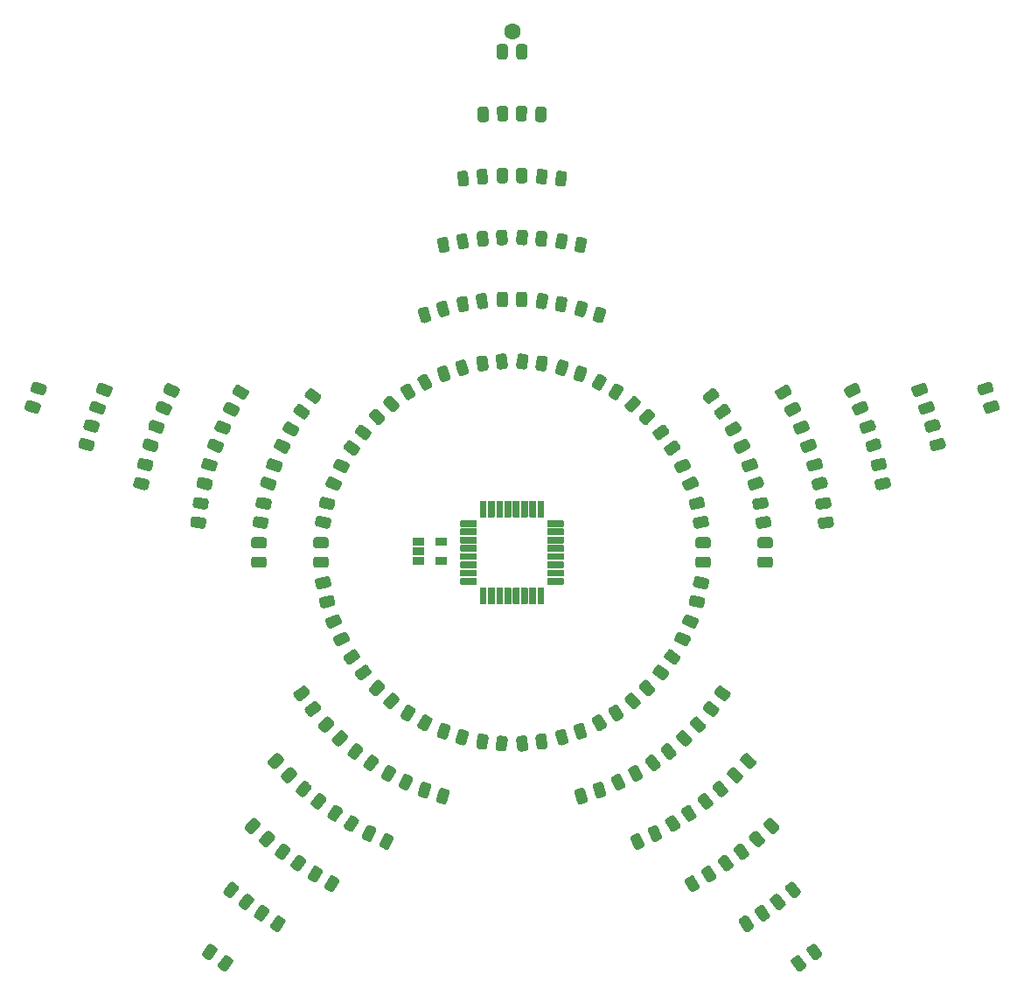
<source format=gbr>
G04 #@! TF.GenerationSoftware,KiCad,Pcbnew,(5.1.8)-1*
G04 #@! TF.CreationDate,2020-12-06T14:54:54-05:00*
G04 #@! TF.ProjectId,Snowflakes,536e6f77-666c-4616-9b65-732e6b696361,rev?*
G04 #@! TF.SameCoordinates,Original*
G04 #@! TF.FileFunction,Soldermask,Top*
G04 #@! TF.FilePolarity,Negative*
%FSLAX46Y46*%
G04 Gerber Fmt 4.6, Leading zero omitted, Abs format (unit mm)*
G04 Created by KiCad (PCBNEW (5.1.8)-1) date 2020-12-06 14:54:54*
%MOMM*%
%LPD*%
G01*
G04 APERTURE LIST*
%ADD10C,1.601600*%
G04 APERTURE END LIST*
G36*
G01*
X140095771Y-87348958D02*
X141024036Y-87091527D01*
G75*
G02*
X141355324Y-87278961I71927J-259361D01*
G01*
X141499179Y-87797684D01*
G75*
G02*
X141311745Y-88128972I-259361J-71927D01*
G01*
X140383480Y-88386403D01*
G75*
G02*
X140052192Y-88198969I-71927J259361D01*
G01*
X139908337Y-87680246D01*
G75*
G02*
X140095771Y-87348958I259361J71927D01*
G01*
G37*
G36*
G01*
X140596843Y-89155766D02*
X141525108Y-88898335D01*
G75*
G02*
X141856396Y-89085769I71927J-259361D01*
G01*
X142000251Y-89604492D01*
G75*
G02*
X141812817Y-89935780I-259361J-71927D01*
G01*
X140884552Y-90193211D01*
G75*
G02*
X140553264Y-90005777I-71927J259361D01*
G01*
X140409409Y-89487054D01*
G75*
G02*
X140596843Y-89155766I259361J71927D01*
G01*
G37*
G36*
G01*
X124422130Y-134223957D02*
X124953811Y-135027239D01*
G75*
G02*
X124877925Y-135400233I-224440J-148554D01*
G01*
X124429044Y-135697341D01*
G75*
G02*
X124056050Y-135621455I-148554J224440D01*
G01*
X123524369Y-134818173D01*
G75*
G02*
X123600255Y-134445179I224440J148554D01*
G01*
X124049136Y-134148071D01*
G75*
G02*
X124422130Y-134223957I148554J-224440D01*
G01*
G37*
G36*
G01*
X122858594Y-135258839D02*
X123390275Y-136062121D01*
G75*
G02*
X123314389Y-136435115I-224440J-148554D01*
G01*
X122865508Y-136732223D01*
G75*
G02*
X122492514Y-136656337I-148554J224440D01*
G01*
X121960833Y-135853055D01*
G75*
G02*
X122036719Y-135480061I224440J148554D01*
G01*
X122485600Y-135182953D01*
G75*
G02*
X122858594Y-135258839I148554J-224440D01*
G01*
G37*
G36*
G01*
X74997935Y-133802610D02*
X74398267Y-134556496D01*
G75*
G02*
X74020078Y-134599585I-210639J167550D01*
G01*
X73598800Y-134264485D01*
G75*
G02*
X73555711Y-133886296I167550J210639D01*
G01*
X74155379Y-133132410D01*
G75*
G02*
X74533568Y-133089321I210639J-167550D01*
G01*
X74954846Y-133424421D01*
G75*
G02*
X74997935Y-133802610I-167550J-210639D01*
G01*
G37*
G36*
G01*
X73530545Y-132635396D02*
X72930877Y-133389282D01*
G75*
G02*
X72552688Y-133432371I-210639J167550D01*
G01*
X72131410Y-133097271D01*
G75*
G02*
X72088321Y-132719082I167550J210639D01*
G01*
X72687989Y-131965196D01*
G75*
G02*
X73066178Y-131922107I210639J-167550D01*
G01*
X73487456Y-132257207D01*
G75*
G02*
X73530545Y-132635396I-167550J-210639D01*
G01*
G37*
G36*
G01*
X60125745Y-86667204D02*
X59223449Y-86329849D01*
G75*
G02*
X59065602Y-85983486I94258J252105D01*
G01*
X59254118Y-85479275D01*
G75*
G02*
X59600481Y-85321428I252105J-94258D01*
G01*
X60502777Y-85658783D01*
G75*
G02*
X60660624Y-86005146I-94258J-252105D01*
G01*
X60472108Y-86509357D01*
G75*
G02*
X60125745Y-86667204I-252105J94258D01*
G01*
G37*
G36*
G01*
X60782383Y-84910944D02*
X59880087Y-84573589D01*
G75*
G02*
X59722240Y-84227226I94258J252105D01*
G01*
X59910756Y-83723015D01*
G75*
G02*
X60257119Y-83565168I252105J-94258D01*
G01*
X61159415Y-83902523D01*
G75*
G02*
X61317262Y-84248886I-94258J-252105D01*
G01*
X61128746Y-84753097D01*
G75*
G02*
X60782383Y-84910944I-252105J94258D01*
G01*
G37*
G36*
G01*
X139497223Y-85658783D02*
X140399519Y-85321428D01*
G75*
G02*
X140745882Y-85479275I94258J-252105D01*
G01*
X140934398Y-85983486D01*
G75*
G02*
X140776551Y-86329849I-252105J-94258D01*
G01*
X139874255Y-86667204D01*
G75*
G02*
X139527892Y-86509357I-94258J252105D01*
G01*
X139339376Y-86005146D01*
G75*
G02*
X139497223Y-85658783I252105J94258D01*
G01*
G37*
G36*
G01*
X138840585Y-83902523D02*
X139742881Y-83565168D01*
G75*
G02*
X140089244Y-83723015I94258J-252105D01*
G01*
X140277760Y-84227226D01*
G75*
G02*
X140119913Y-84573589I-252105J-94258D01*
G01*
X139217617Y-84910944D01*
G75*
G02*
X138871254Y-84753097I-94258J252105D01*
G01*
X138682738Y-84248886D01*
G75*
G02*
X138840585Y-83902523I252105J94258D01*
G01*
G37*
G36*
G01*
X125844621Y-133132410D02*
X126444289Y-133886296D01*
G75*
G02*
X126401200Y-134264485I-210639J-167550D01*
G01*
X125979922Y-134599585D01*
G75*
G02*
X125601733Y-134556496I-167550J210639D01*
G01*
X125002065Y-133802610D01*
G75*
G02*
X125045154Y-133424421I210639J167550D01*
G01*
X125466432Y-133089321D01*
G75*
G02*
X125844621Y-133132410I167550J-210639D01*
G01*
G37*
G36*
G01*
X127312011Y-131965196D02*
X127911679Y-132719082D01*
G75*
G02*
X127868590Y-133097271I-210639J-167550D01*
G01*
X127447312Y-133432371D01*
G75*
G02*
X127069123Y-133389282I-167550J210639D01*
G01*
X126469455Y-132635396D01*
G75*
G02*
X126512544Y-132257207I210639J167550D01*
G01*
X126933822Y-131922107D01*
G75*
G02*
X127312011Y-131965196I167550J-210639D01*
G01*
G37*
G36*
G01*
X76475631Y-134818173D02*
X75943950Y-135621455D01*
G75*
G02*
X75570956Y-135697341I-224440J148554D01*
G01*
X75122075Y-135400233D01*
G75*
G02*
X75046189Y-135027239I148554J224440D01*
G01*
X75577870Y-134223957D01*
G75*
G02*
X75950864Y-134148071I224440J-148554D01*
G01*
X76399745Y-134445179D01*
G75*
G02*
X76475631Y-134818173I-148554J-224440D01*
G01*
G37*
G36*
G01*
X78039167Y-135853055D02*
X77507486Y-136656337D01*
G75*
G02*
X77134492Y-136732223I-224440J148554D01*
G01*
X76685611Y-136435115D01*
G75*
G02*
X76609725Y-136062121I148554J224440D01*
G01*
X77141406Y-135258839D01*
G75*
G02*
X77514400Y-135182953I224440J-148554D01*
G01*
X77963281Y-135480061D01*
G75*
G02*
X78039167Y-135853055I-148554J-224440D01*
G01*
G37*
G36*
G01*
X59616520Y-88386403D02*
X58688255Y-88128972D01*
G75*
G02*
X58500821Y-87797684I71927J259361D01*
G01*
X58644676Y-87278961D01*
G75*
G02*
X58975964Y-87091527I259361J-71927D01*
G01*
X59904229Y-87348958D01*
G75*
G02*
X60091663Y-87680246I-71927J-259361D01*
G01*
X59947808Y-88198969D01*
G75*
G02*
X59616520Y-88386403I-259361J71927D01*
G01*
G37*
G36*
G01*
X59115448Y-90193211D02*
X58187183Y-89935780D01*
G75*
G02*
X57999749Y-89604492I71927J259361D01*
G01*
X58143604Y-89085769D01*
G75*
G02*
X58474892Y-88898335I259361J-71927D01*
G01*
X59403157Y-89155766D01*
G75*
G02*
X59590591Y-89487054I-71927J-259361D01*
G01*
X59446736Y-90005777D01*
G75*
G02*
X59115448Y-90193211I-259361J71927D01*
G01*
G37*
G36*
G01*
X102231635Y-58039055D02*
X102273653Y-57076672D01*
G75*
G02*
X102554287Y-56819518I268894J-11740D01*
G01*
X103092075Y-56842999D01*
G75*
G02*
X103349229Y-57123633I-11740J-268894D01*
G01*
X103307211Y-58086016D01*
G75*
G02*
X103026577Y-58343170I-268894J11740D01*
G01*
X102488789Y-58319689D01*
G75*
G02*
X102231635Y-58039055I11740J268894D01*
G01*
G37*
G36*
G01*
X100358419Y-57957269D02*
X100400437Y-56994886D01*
G75*
G02*
X100681071Y-56737732I268894J-11740D01*
G01*
X101218859Y-56761213D01*
G75*
G02*
X101476013Y-57041847I-11740J-268894D01*
G01*
X101433995Y-58004230D01*
G75*
G02*
X101153361Y-58261384I-268894J11740D01*
G01*
X100615573Y-58237903D01*
G75*
G02*
X100358419Y-57957269I11740J268894D01*
G01*
G37*
G36*
G01*
X96692789Y-58086016D02*
X96650771Y-57123633D01*
G75*
G02*
X96907925Y-56842999I268894J11740D01*
G01*
X97445713Y-56819518D01*
G75*
G02*
X97726347Y-57076672I11740J-268894D01*
G01*
X97768365Y-58039055D01*
G75*
G02*
X97511211Y-58319689I-268894J-11740D01*
G01*
X96973423Y-58343170D01*
G75*
G02*
X96692789Y-58086016I-11740J268894D01*
G01*
G37*
G36*
G01*
X98566005Y-58004230D02*
X98523987Y-57041847D01*
G75*
G02*
X98781141Y-56761213I268894J11740D01*
G01*
X99318929Y-56737732D01*
G75*
G02*
X99599563Y-56994886I11740J-268894D01*
G01*
X99641581Y-57957269D01*
G75*
G02*
X99384427Y-58237903I-268894J-11740D01*
G01*
X98846639Y-58261384D01*
G75*
G02*
X98566005Y-58004230I-11740J268894D01*
G01*
G37*
G36*
G01*
X145212118Y-83757945D02*
X146128270Y-83460269D01*
G75*
G02*
X146467419Y-83633074I83172J-255977D01*
G01*
X146633763Y-84145028D01*
G75*
G02*
X146460958Y-84484177I-255977J-83172D01*
G01*
X145544806Y-84781853D01*
G75*
G02*
X145205657Y-84609048I-83172J255977D01*
G01*
X145039313Y-84097094D01*
G75*
G02*
X145212118Y-83757945I255977J83172D01*
G01*
G37*
G36*
G01*
X145791524Y-85541175D02*
X146707676Y-85243499D01*
G75*
G02*
X147046825Y-85416304I83172J-255977D01*
G01*
X147213169Y-85928258D01*
G75*
G02*
X147040364Y-86267407I-255977J-83172D01*
G01*
X146124212Y-86565083D01*
G75*
G02*
X145785063Y-86392278I-83172J255977D01*
G01*
X145618719Y-85880324D01*
G75*
G02*
X145791524Y-85541175I255977J83172D01*
G01*
G37*
G36*
G01*
X129418425Y-137980208D02*
X129984639Y-138759534D01*
G75*
G02*
X129925094Y-139135483I-217747J-158202D01*
G01*
X129489600Y-139451887D01*
G75*
G02*
X129113651Y-139392342I-158202J217747D01*
G01*
X128547437Y-138613016D01*
G75*
G02*
X128606982Y-138237067I217747J158202D01*
G01*
X129042476Y-137920663D01*
G75*
G02*
X129418425Y-137980208I158202J-217747D01*
G01*
G37*
G36*
G01*
X127901519Y-139082306D02*
X128467733Y-139861632D01*
G75*
G02*
X128408188Y-140237581I-217747J-158202D01*
G01*
X127972694Y-140553985D01*
G75*
G02*
X127596745Y-140494440I-158202J217747D01*
G01*
X127030531Y-139715114D01*
G75*
G02*
X127090076Y-139339165I217747J158202D01*
G01*
X127525570Y-139022761D01*
G75*
G02*
X127901519Y-139082306I158202J-217747D01*
G01*
G37*
G36*
G01*
X72969469Y-139715114D02*
X72403255Y-140494440D01*
G75*
G02*
X72027306Y-140553985I-217747J158202D01*
G01*
X71591812Y-140237581D01*
G75*
G02*
X71532267Y-139861632I158202J217747D01*
G01*
X72098481Y-139082306D01*
G75*
G02*
X72474430Y-139022761I217747J-158202D01*
G01*
X72909924Y-139339165D01*
G75*
G02*
X72969469Y-139715114I-158202J-217747D01*
G01*
G37*
G36*
G01*
X71452563Y-138613016D02*
X70886349Y-139392342D01*
G75*
G02*
X70510400Y-139451887I-217747J158202D01*
G01*
X70074906Y-139135483D01*
G75*
G02*
X70015361Y-138759534I158202J217747D01*
G01*
X70581575Y-137980208D01*
G75*
G02*
X70957524Y-137920663I217747J-158202D01*
G01*
X71393018Y-138237067D01*
G75*
G02*
X71452563Y-138613016I-158202J-217747D01*
G01*
G37*
G36*
G01*
X53875788Y-86565083D02*
X52959636Y-86267407D01*
G75*
G02*
X52786831Y-85928258I83172J255977D01*
G01*
X52953175Y-85416304D01*
G75*
G02*
X53292324Y-85243499I255977J-83172D01*
G01*
X54208476Y-85541175D01*
G75*
G02*
X54381281Y-85880324I-83172J-255977D01*
G01*
X54214937Y-86392278D01*
G75*
G02*
X53875788Y-86565083I-255977J83172D01*
G01*
G37*
G36*
G01*
X54455194Y-84781853D02*
X53539042Y-84484177D01*
G75*
G02*
X53366237Y-84145028I83172J255977D01*
G01*
X53532581Y-83633074D01*
G75*
G02*
X53871730Y-83460269I255977J-83172D01*
G01*
X54787882Y-83757945D01*
G75*
G02*
X54960687Y-84097094I-83172J-255977D01*
G01*
X54794343Y-84609048D01*
G75*
G02*
X54455194Y-84781853I-255977J83172D01*
G01*
G37*
G36*
G01*
X102297227Y-64024700D02*
X102397920Y-63066677D01*
G75*
G02*
X102693730Y-62827135I267676J-28134D01*
G01*
X103229081Y-62883402D01*
G75*
G02*
X103468623Y-63179212I-28134J-267676D01*
G01*
X103367930Y-64137235D01*
G75*
G02*
X103072120Y-64376777I-267676J28134D01*
G01*
X102536769Y-64320510D01*
G75*
G02*
X102297227Y-64024700I28134J267676D01*
G01*
G37*
G36*
G01*
X104161955Y-64220690D02*
X104262648Y-63262667D01*
G75*
G02*
X104558458Y-63023125I267676J-28134D01*
G01*
X105093809Y-63079392D01*
G75*
G02*
X105333351Y-63375202I-28134J-267676D01*
G01*
X105232658Y-64333225D01*
G75*
G02*
X104936848Y-64572767I-267676J28134D01*
G01*
X104401497Y-64516500D01*
G75*
G02*
X104161955Y-64220690I28134J267676D01*
G01*
G37*
G36*
G01*
X132304138Y-84001807D02*
X133184156Y-83609998D01*
G75*
G02*
X133539510Y-83746406I109473J-245881D01*
G01*
X133758456Y-84238167D01*
G75*
G02*
X133622048Y-84593521I-245881J-109473D01*
G01*
X132742030Y-84985330D01*
G75*
G02*
X132386676Y-84848922I-109473J245881D01*
G01*
X132167730Y-84357161D01*
G75*
G02*
X132304138Y-84001807I245881J109473D01*
G01*
G37*
G36*
G01*
X133066770Y-85714705D02*
X133946788Y-85322896D01*
G75*
G02*
X134302142Y-85459304I109473J-245881D01*
G01*
X134521088Y-85951065D01*
G75*
G02*
X134384680Y-86306419I-245881J-109473D01*
G01*
X133504662Y-86698228D01*
G75*
G02*
X133149308Y-86561820I-109473J245881D01*
G01*
X132930362Y-86070059D01*
G75*
G02*
X133066770Y-85714705I245881J109473D01*
G01*
G37*
G36*
G01*
X133799440Y-87466149D02*
X134715592Y-87168473D01*
G75*
G02*
X135054741Y-87341278I83172J-255977D01*
G01*
X135221085Y-87853232D01*
G75*
G02*
X135048280Y-88192381I-255977J-83172D01*
G01*
X134132128Y-88490057D01*
G75*
G02*
X133792979Y-88317252I-83172J255977D01*
G01*
X133626635Y-87805298D01*
G75*
G02*
X133799440Y-87466149I255977J83172D01*
G01*
G37*
G36*
G01*
X134378846Y-89249379D02*
X135294998Y-88951703D01*
G75*
G02*
X135634147Y-89124508I83172J-255977D01*
G01*
X135800491Y-89636462D01*
G75*
G02*
X135627686Y-89975611I-255977J-83172D01*
G01*
X134711534Y-90273287D01*
G75*
G02*
X134372385Y-90100482I-83172J255977D01*
G01*
X134206041Y-89588528D01*
G75*
G02*
X134378846Y-89249379I255977J83172D01*
G01*
G37*
G36*
G01*
X134924427Y-91067814D02*
X135866676Y-90867533D01*
G75*
G02*
X136185903Y-91074842I55959J-263268D01*
G01*
X136297822Y-91601379D01*
G75*
G02*
X136090513Y-91920606I-263268J-55959D01*
G01*
X135148264Y-92120887D01*
G75*
G02*
X134829037Y-91913578I-55959J263268D01*
G01*
X134717118Y-91387041D01*
G75*
G02*
X134924427Y-91067814I263268J55959D01*
G01*
G37*
G36*
G01*
X135314261Y-92901840D02*
X136256510Y-92701559D01*
G75*
G02*
X136575737Y-92908868I55959J-263268D01*
G01*
X136687656Y-93435405D01*
G75*
G02*
X136480347Y-93754632I-263268J-55959D01*
G01*
X135538098Y-93954913D01*
G75*
G02*
X135218871Y-93747604I-55959J263268D01*
G01*
X135106952Y-93221067D01*
G75*
G02*
X135314261Y-92901840I263268J55959D01*
G01*
G37*
G36*
G01*
X125197713Y-125779347D02*
X125842286Y-126495218D01*
G75*
G02*
X125822366Y-126875332I-200017J-180097D01*
G01*
X125422331Y-127235525D01*
G75*
G02*
X125042217Y-127215605I-180097J200017D01*
G01*
X124397644Y-126499734D01*
G75*
G02*
X124417564Y-126119620I200017J180097D01*
G01*
X124817599Y-125759427D01*
G75*
G02*
X125197713Y-125779347I180097J-200017D01*
G01*
G37*
G36*
G01*
X123804317Y-127033967D02*
X124448890Y-127749838D01*
G75*
G02*
X124428970Y-128129952I-200017J-180097D01*
G01*
X124028935Y-128490145D01*
G75*
G02*
X123648821Y-128470225I-180097J200017D01*
G01*
X123004248Y-127754354D01*
G75*
G02*
X123024168Y-127374240I200017J180097D01*
G01*
X123424203Y-127014047D01*
G75*
G02*
X123804317Y-127033967I180097J-200017D01*
G01*
G37*
G36*
G01*
X122365002Y-128272004D02*
X122931216Y-129051330D01*
G75*
G02*
X122871671Y-129427279I-217747J-158202D01*
G01*
X122436177Y-129743683D01*
G75*
G02*
X122060228Y-129684138I-158202J217747D01*
G01*
X121494014Y-128904812D01*
G75*
G02*
X121553559Y-128528863I217747J158202D01*
G01*
X121989053Y-128212459D01*
G75*
G02*
X122365002Y-128272004I158202J-217747D01*
G01*
G37*
G36*
G01*
X120848096Y-129374102D02*
X121414310Y-130153428D01*
G75*
G02*
X121354765Y-130529377I-217747J-158202D01*
G01*
X120919271Y-130845781D01*
G75*
G02*
X120543322Y-130786236I-158202J217747D01*
G01*
X119977108Y-130006910D01*
G75*
G02*
X120036653Y-129630961I217747J158202D01*
G01*
X120472147Y-129314557D01*
G75*
G02*
X120848096Y-129374102I158202J-217747D01*
G01*
G37*
G36*
G01*
X119287256Y-130454906D02*
X119768906Y-131289148D01*
G75*
G02*
X119670390Y-131656814I-233091J-134575D01*
G01*
X119204208Y-131925964D01*
G75*
G02*
X118836542Y-131827448I-134575J233091D01*
G01*
X118354892Y-130993206D01*
G75*
G02*
X118453408Y-130625540I233091J134575D01*
G01*
X118919590Y-130356390D01*
G75*
G02*
X119287256Y-130454906I134575J-233091D01*
G01*
G37*
G36*
G01*
X117663458Y-131392406D02*
X118145108Y-132226648D01*
G75*
G02*
X118046592Y-132594314I-233091J-134575D01*
G01*
X117580410Y-132863464D01*
G75*
G02*
X117212744Y-132764948I-134575J233091D01*
G01*
X116731094Y-131930706D01*
G75*
G02*
X116829610Y-131563040I233091J134575D01*
G01*
X117295792Y-131293890D01*
G75*
G02*
X117663458Y-131392406I134575J-233091D01*
G01*
G37*
G36*
G01*
X83268906Y-131930706D02*
X82787256Y-132764948D01*
G75*
G02*
X82419590Y-132863464I-233091J134575D01*
G01*
X81953408Y-132594314D01*
G75*
G02*
X81854892Y-132226648I134575J233091D01*
G01*
X82336542Y-131392406D01*
G75*
G02*
X82704208Y-131293890I233091J-134575D01*
G01*
X83170390Y-131563040D01*
G75*
G02*
X83268906Y-131930706I-134575J-233091D01*
G01*
G37*
G36*
G01*
X81645108Y-130993206D02*
X81163458Y-131827448D01*
G75*
G02*
X80795792Y-131925964I-233091J134575D01*
G01*
X80329610Y-131656814D01*
G75*
G02*
X80231094Y-131289148I134575J233091D01*
G01*
X80712744Y-130454906D01*
G75*
G02*
X81080410Y-130356390I233091J-134575D01*
G01*
X81546592Y-130625540D01*
G75*
G02*
X81645108Y-130993206I-134575J-233091D01*
G01*
G37*
G36*
G01*
X80022892Y-130006910D02*
X79456678Y-130786236D01*
G75*
G02*
X79080729Y-130845781I-217747J158202D01*
G01*
X78645235Y-130529377D01*
G75*
G02*
X78585690Y-130153428I158202J217747D01*
G01*
X79151904Y-129374102D01*
G75*
G02*
X79527853Y-129314557I217747J-158202D01*
G01*
X79963347Y-129630961D01*
G75*
G02*
X80022892Y-130006910I-158202J-217747D01*
G01*
G37*
G36*
G01*
X78505986Y-128904812D02*
X77939772Y-129684138D01*
G75*
G02*
X77563823Y-129743683I-217747J158202D01*
G01*
X77128329Y-129427279D01*
G75*
G02*
X77068784Y-129051330I158202J217747D01*
G01*
X77634998Y-128272004D01*
G75*
G02*
X78010947Y-128212459I217747J-158202D01*
G01*
X78446441Y-128528863D01*
G75*
G02*
X78505986Y-128904812I-158202J-217747D01*
G01*
G37*
G36*
G01*
X76995752Y-127754354D02*
X76351179Y-128470225D01*
G75*
G02*
X75971065Y-128490145I-200017J180097D01*
G01*
X75571030Y-128129952D01*
G75*
G02*
X75551110Y-127749838I180097J200017D01*
G01*
X76195683Y-127033967D01*
G75*
G02*
X76575797Y-127014047I200017J-180097D01*
G01*
X76975832Y-127374240D01*
G75*
G02*
X76995752Y-127754354I-180097J-200017D01*
G01*
G37*
G36*
G01*
X75602356Y-126499734D02*
X74957783Y-127215605D01*
G75*
G02*
X74577669Y-127235525I-200017J180097D01*
G01*
X74177634Y-126875332D01*
G75*
G02*
X74157714Y-126495218I180097J200017D01*
G01*
X74802287Y-125779347D01*
G75*
G02*
X75182401Y-125759427I200017J-180097D01*
G01*
X75582436Y-126119620D01*
G75*
G02*
X75602356Y-126499734I-180097J-200017D01*
G01*
G37*
G36*
G01*
X64461902Y-93954913D02*
X63519653Y-93754632D01*
G75*
G02*
X63312344Y-93435405I55959J263268D01*
G01*
X63424263Y-92908868D01*
G75*
G02*
X63743490Y-92701559I263268J-55959D01*
G01*
X64685739Y-92901840D01*
G75*
G02*
X64893048Y-93221067I-55959J-263268D01*
G01*
X64781129Y-93747604D01*
G75*
G02*
X64461902Y-93954913I-263268J55959D01*
G01*
G37*
G36*
G01*
X64851736Y-92120887D02*
X63909487Y-91920606D01*
G75*
G02*
X63702178Y-91601379I55959J263268D01*
G01*
X63814097Y-91074842D01*
G75*
G02*
X64133324Y-90867533I263268J-55959D01*
G01*
X65075573Y-91067814D01*
G75*
G02*
X65282882Y-91387041I-55959J-263268D01*
G01*
X65170963Y-91913578D01*
G75*
G02*
X64851736Y-92120887I-263268J55959D01*
G01*
G37*
G36*
G01*
X65288466Y-90273287D02*
X64372314Y-89975611D01*
G75*
G02*
X64199509Y-89636462I83172J255977D01*
G01*
X64365853Y-89124508D01*
G75*
G02*
X64705002Y-88951703I255977J-83172D01*
G01*
X65621154Y-89249379D01*
G75*
G02*
X65793959Y-89588528I-83172J-255977D01*
G01*
X65627615Y-90100482D01*
G75*
G02*
X65288466Y-90273287I-255977J83172D01*
G01*
G37*
G36*
G01*
X65867872Y-88490057D02*
X64951720Y-88192381D01*
G75*
G02*
X64778915Y-87853232I83172J255977D01*
G01*
X64945259Y-87341278D01*
G75*
G02*
X65284408Y-87168473I255977J-83172D01*
G01*
X66200560Y-87466149D01*
G75*
G02*
X66373365Y-87805298I-83172J-255977D01*
G01*
X66207021Y-88317252D01*
G75*
G02*
X65867872Y-88490057I-255977J83172D01*
G01*
G37*
G36*
G01*
X66495338Y-86698228D02*
X65615320Y-86306419D01*
G75*
G02*
X65478912Y-85951065I109473J245881D01*
G01*
X65697858Y-85459304D01*
G75*
G02*
X66053212Y-85322896I245881J-109473D01*
G01*
X66933230Y-85714705D01*
G75*
G02*
X67069638Y-86070059I-109473J-245881D01*
G01*
X66850692Y-86561820D01*
G75*
G02*
X66495338Y-86698228I-245881J109473D01*
G01*
G37*
G36*
G01*
X67257970Y-84985330D02*
X66377952Y-84593521D01*
G75*
G02*
X66241544Y-84238167I109473J245881D01*
G01*
X66460490Y-83746406D01*
G75*
G02*
X66815844Y-83609998I245881J-109473D01*
G01*
X67695862Y-84001807D01*
G75*
G02*
X67832270Y-84357161I-109473J-245881D01*
G01*
X67613324Y-84848922D01*
G75*
G02*
X67257970Y-84985330I-245881J109473D01*
G01*
G37*
G36*
G01*
X94767342Y-64333225D02*
X94666649Y-63375202D01*
G75*
G02*
X94906191Y-63079392I267676J28134D01*
G01*
X95441542Y-63023125D01*
G75*
G02*
X95737352Y-63262667I28134J-267676D01*
G01*
X95838045Y-64220690D01*
G75*
G02*
X95598503Y-64516500I-267676J-28134D01*
G01*
X95063152Y-64572767D01*
G75*
G02*
X94767342Y-64333225I-28134J267676D01*
G01*
G37*
G36*
G01*
X96632070Y-64137235D02*
X96531377Y-63179212D01*
G75*
G02*
X96770919Y-62883402I267676J28134D01*
G01*
X97306270Y-62827135D01*
G75*
G02*
X97602080Y-63066677I28134J-267676D01*
G01*
X97702773Y-64024700D01*
G75*
G02*
X97463231Y-64320510I-267676J-28134D01*
G01*
X96927880Y-64376777D01*
G75*
G02*
X96632070Y-64137235I-28134J267676D01*
G01*
G37*
G36*
G01*
X102283280Y-70065951D02*
X102343766Y-69104551D01*
G75*
G02*
X102629285Y-68852832I268619J-16900D01*
G01*
X103166523Y-68886632D01*
G75*
G02*
X103418242Y-69172151I-16900J-268619D01*
G01*
X103357756Y-70133551D01*
G75*
G02*
X103072237Y-70385270I-268619J16900D01*
G01*
X102534999Y-70351470D01*
G75*
G02*
X102283280Y-70065951I16900J268619D01*
G01*
G37*
G36*
G01*
X100411980Y-69948219D02*
X100472466Y-68986819D01*
G75*
G02*
X100757985Y-68735100I268619J-16900D01*
G01*
X101295223Y-68768900D01*
G75*
G02*
X101546942Y-69054419I-16900J-268619D01*
G01*
X101486456Y-70015819D01*
G75*
G02*
X101200937Y-70267538I-268619J16900D01*
G01*
X100663699Y-70233738D01*
G75*
G02*
X100411980Y-69948219I16900J268619D01*
G01*
G37*
G36*
G01*
X106017006Y-70588160D02*
X106197511Y-69641923D01*
G75*
G02*
X106512328Y-69427974I264383J-50434D01*
G01*
X107041093Y-69528841D01*
G75*
G02*
X107255042Y-69843658I-50434J-264383D01*
G01*
X107074537Y-70789895D01*
G75*
G02*
X106759720Y-71003844I-264383J50434D01*
G01*
X106230955Y-70902977D01*
G75*
G02*
X106017006Y-70588160I50434J264383D01*
G01*
G37*
G36*
G01*
X104175218Y-70236820D02*
X104355723Y-69290583D01*
G75*
G02*
X104670540Y-69076634I264383J-50434D01*
G01*
X105199305Y-69177501D01*
G75*
G02*
X105413254Y-69492318I-50434J-264383D01*
G01*
X105232749Y-70438555D01*
G75*
G02*
X104917932Y-70652504I-264383J50434D01*
G01*
X104389167Y-70551637D01*
G75*
G02*
X104175218Y-70236820I50434J264383D01*
G01*
G37*
G36*
G01*
X126497596Y-85888372D02*
X127341742Y-85424298D01*
G75*
G02*
X127707264Y-85530492I129664J-235858D01*
G01*
X127966592Y-86002208D01*
G75*
G02*
X127860398Y-86367730I-235858J-129664D01*
G01*
X127016252Y-86831804D01*
G75*
G02*
X126650730Y-86725610I-129664J235858D01*
G01*
X126391402Y-86253894D01*
G75*
G02*
X126497596Y-85888372I235858J129664D01*
G01*
G37*
G36*
G01*
X125594308Y-84245296D02*
X126438454Y-83781222D01*
G75*
G02*
X126803976Y-83887416I129664J-235858D01*
G01*
X127063304Y-84359132D01*
G75*
G02*
X126957110Y-84724654I-235858J-129664D01*
G01*
X126112964Y-85188728D01*
G75*
G02*
X125747442Y-85082534I-129664J235858D01*
G01*
X125488114Y-84610818D01*
G75*
G02*
X125594308Y-84245296I235858J129664D01*
G01*
G37*
G36*
G01*
X128057311Y-89320675D02*
X128952965Y-88966060D01*
G75*
G02*
X129302295Y-89117228I99081J-250249D01*
G01*
X129500457Y-89617727D01*
G75*
G02*
X129349289Y-89967057I-250249J-99081D01*
G01*
X128453635Y-90321672D01*
G75*
G02*
X128104305Y-90170504I-99081J250249D01*
G01*
X127906143Y-89670005D01*
G75*
G02*
X128057311Y-89320675I250249J99081D01*
G01*
G37*
G36*
G01*
X127367077Y-87577345D02*
X128262731Y-87222730D01*
G75*
G02*
X128612061Y-87373898I99081J-250249D01*
G01*
X128810223Y-87874397D01*
G75*
G02*
X128659055Y-88223727I-250249J-99081D01*
G01*
X127763401Y-88578342D01*
G75*
G02*
X127414071Y-88427174I-99081J250249D01*
G01*
X127215909Y-87926675D01*
G75*
G02*
X127367077Y-87577345I250249J99081D01*
G01*
G37*
G36*
G01*
X129174545Y-92921398D02*
X130107581Y-92681835D01*
G75*
G02*
X130435210Y-92875594I66935J-260694D01*
G01*
X130569080Y-93396983D01*
G75*
G02*
X130375321Y-93724612I-260694J-66935D01*
G01*
X129442285Y-93964175D01*
G75*
G02*
X129114656Y-93770416I-66935J260694D01*
G01*
X128980786Y-93249027D01*
G75*
G02*
X129174545Y-92921398I260694J66935D01*
G01*
G37*
G36*
G01*
X128708251Y-91105304D02*
X129641287Y-90865741D01*
G75*
G02*
X129968916Y-91059500I66935J-260694D01*
G01*
X130102786Y-91580889D01*
G75*
G02*
X129909027Y-91908518I-260694J-66935D01*
G01*
X128975991Y-92148081D01*
G75*
G02*
X128648362Y-91954322I-66935J260694D01*
G01*
X128514492Y-91432933D01*
G75*
G02*
X128708251Y-91105304I260694J66935D01*
G01*
G37*
G36*
G01*
X129831680Y-96633755D02*
X130787384Y-96513022D01*
G75*
G02*
X131088145Y-96746317I33733J-267028D01*
G01*
X131155611Y-97280372D01*
G75*
G02*
X130922316Y-97581133I-267028J-33733D01*
G01*
X129966612Y-97701866D01*
G75*
G02*
X129665851Y-97468571I-33733J267028D01*
G01*
X129598385Y-96934516D01*
G75*
G02*
X129831680Y-96633755I267028J33733D01*
G01*
G37*
G36*
G01*
X129596680Y-94773539D02*
X130552384Y-94652806D01*
G75*
G02*
X130853145Y-94886101I33733J-267028D01*
G01*
X130920611Y-95420156D01*
G75*
G02*
X130687316Y-95720917I-267028J-33733D01*
G01*
X129731612Y-95841650D01*
G75*
G02*
X129430851Y-95608355I-33733J267028D01*
G01*
X129363385Y-95074300D01*
G75*
G02*
X129596680Y-94773539I267028J33733D01*
G01*
G37*
G36*
G01*
X121609164Y-120839978D02*
X122311380Y-121499402D01*
G75*
G02*
X122323336Y-121879850I-184246J-196202D01*
G01*
X121954844Y-122272254D01*
G75*
G02*
X121574396Y-122284210I-196202J184246D01*
G01*
X120872180Y-121624786D01*
G75*
G02*
X120860224Y-121244338I184246J196202D01*
G01*
X121228716Y-120851934D01*
G75*
G02*
X121609164Y-120839978I196202J-184246D01*
G01*
G37*
G36*
G01*
X122892690Y-119473162D02*
X123594906Y-120132586D01*
G75*
G02*
X123606862Y-120513034I-184246J-196202D01*
G01*
X123238370Y-120905438D01*
G75*
G02*
X122857922Y-120917394I-196202J184246D01*
G01*
X122155706Y-120257970D01*
G75*
G02*
X122143750Y-119877522I184246J196202D01*
G01*
X122512242Y-119485118D01*
G75*
G02*
X122892690Y-119473162I196202J-184246D01*
G01*
G37*
G36*
G01*
X118826828Y-123383996D02*
X119440859Y-124126231D01*
G75*
G02*
X119405038Y-124505178I-207384J-171563D01*
G01*
X118990271Y-124848303D01*
G75*
G02*
X118611324Y-124812482I-171563J207384D01*
G01*
X117997293Y-124070247D01*
G75*
G02*
X118033114Y-123691300I207384J171563D01*
G01*
X118447881Y-123348175D01*
G75*
G02*
X118826828Y-123383996I171563J-207384D01*
G01*
G37*
G36*
G01*
X120271540Y-122188826D02*
X120885571Y-122931061D01*
G75*
G02*
X120849750Y-123310008I-207384J-171563D01*
G01*
X120434983Y-123653133D01*
G75*
G02*
X120056036Y-123617312I-171563J207384D01*
G01*
X119442005Y-122875077D01*
G75*
G02*
X119477826Y-122496130I207384J171563D01*
G01*
X119892593Y-122153005D01*
G75*
G02*
X120271540Y-122188826I171563J-207384D01*
G01*
G37*
G36*
G01*
X115747581Y-125559233D02*
X116263743Y-126372574D01*
G75*
G02*
X116180710Y-126744043I-227251J-144218D01*
G01*
X115726208Y-127032478D01*
G75*
G02*
X115354739Y-126949445I-144218J227251D01*
G01*
X114838577Y-126136104D01*
G75*
G02*
X114921610Y-125764635I227251J144218D01*
G01*
X115376112Y-125476200D01*
G75*
G02*
X115747581Y-125559233I144218J-227251D01*
G01*
G37*
G36*
G01*
X117330695Y-124554557D02*
X117846857Y-125367898D01*
G75*
G02*
X117763824Y-125739367I-227251J-144218D01*
G01*
X117309322Y-126027802D01*
G75*
G02*
X116937853Y-125944769I-144218J227251D01*
G01*
X116421691Y-125131428D01*
G75*
G02*
X116504724Y-124759959I227251J144218D01*
G01*
X116959226Y-124471524D01*
G75*
G02*
X117330695Y-124554557I144218J-227251D01*
G01*
G37*
G36*
G01*
X112419985Y-127331387D02*
X112830138Y-128203006D01*
G75*
G02*
X112701202Y-128561138I-243534J-114598D01*
G01*
X112214133Y-128790335D01*
G75*
G02*
X111856001Y-128661399I-114598J243534D01*
G01*
X111445848Y-127789780D01*
G75*
G02*
X111574784Y-127431648I243534J114598D01*
G01*
X112061853Y-127202451D01*
G75*
G02*
X112419985Y-127331387I114598J-243534D01*
G01*
G37*
G36*
G01*
X114116535Y-126533051D02*
X114526688Y-127404670D01*
G75*
G02*
X114397752Y-127762802I-243534J-114598D01*
G01*
X113910683Y-127991999D01*
G75*
G02*
X113552551Y-127863063I-114598J243534D01*
G01*
X113142398Y-126991444D01*
G75*
G02*
X113271334Y-126633312I243534J114598D01*
G01*
X113758403Y-126404115D01*
G75*
G02*
X114116535Y-126533051I114598J-243534D01*
G01*
G37*
G36*
G01*
X86857602Y-126991444D02*
X86447449Y-127863063D01*
G75*
G02*
X86089317Y-127991999I-243534J114598D01*
G01*
X85602248Y-127762802D01*
G75*
G02*
X85473312Y-127404670I114598J243534D01*
G01*
X85883465Y-126533051D01*
G75*
G02*
X86241597Y-126404115I243534J-114598D01*
G01*
X86728666Y-126633312D01*
G75*
G02*
X86857602Y-126991444I-114598J-243534D01*
G01*
G37*
G36*
G01*
X88554152Y-127789780D02*
X88143999Y-128661399D01*
G75*
G02*
X87785867Y-128790335I-243534J114598D01*
G01*
X87298798Y-128561138D01*
G75*
G02*
X87169862Y-128203006I114598J243534D01*
G01*
X87580015Y-127331387D01*
G75*
G02*
X87938147Y-127202451I243534J-114598D01*
G01*
X88425216Y-127431648D01*
G75*
G02*
X88554152Y-127789780I-114598J-243534D01*
G01*
G37*
G36*
G01*
X83578309Y-125131429D02*
X83062147Y-125944770D01*
G75*
G02*
X82690678Y-126027803I-227251J144218D01*
G01*
X82236176Y-125739368D01*
G75*
G02*
X82153143Y-125367899I144218J227251D01*
G01*
X82669305Y-124554558D01*
G75*
G02*
X83040774Y-124471525I227251J-144218D01*
G01*
X83495276Y-124759960D01*
G75*
G02*
X83578309Y-125131429I-144218J-227251D01*
G01*
G37*
G36*
G01*
X85161423Y-126136105D02*
X84645261Y-126949446D01*
G75*
G02*
X84273792Y-127032479I-227251J144218D01*
G01*
X83819290Y-126744044D01*
G75*
G02*
X83736257Y-126372575I144218J227251D01*
G01*
X84252419Y-125559234D01*
G75*
G02*
X84623888Y-125476201I227251J-144218D01*
G01*
X85078390Y-125764636D01*
G75*
G02*
X85161423Y-126136105I-144218J-227251D01*
G01*
G37*
G36*
G01*
X80557996Y-122875077D02*
X79943965Y-123617312D01*
G75*
G02*
X79565018Y-123653133I-207384J171563D01*
G01*
X79150251Y-123310008D01*
G75*
G02*
X79114430Y-122931061I171563J207384D01*
G01*
X79728461Y-122188826D01*
G75*
G02*
X80107408Y-122153005I207384J-171563D01*
G01*
X80522175Y-122496130D01*
G75*
G02*
X80557996Y-122875077I-171563J-207384D01*
G01*
G37*
G36*
G01*
X82002708Y-124070247D02*
X81388677Y-124812482D01*
G75*
G02*
X81009730Y-124848303I-207384J171563D01*
G01*
X80594963Y-124505178D01*
G75*
G02*
X80559142Y-124126231I171563J207384D01*
G01*
X81173173Y-123383996D01*
G75*
G02*
X81552120Y-123348175I207384J-171563D01*
G01*
X81966887Y-123691300D01*
G75*
G02*
X82002708Y-124070247I-171563J-207384D01*
G01*
G37*
G36*
G01*
X77844294Y-120257971D02*
X77142078Y-120917395D01*
G75*
G02*
X76761630Y-120905439I-184246J196202D01*
G01*
X76393138Y-120513035D01*
G75*
G02*
X76405094Y-120132587I196202J184246D01*
G01*
X77107310Y-119473163D01*
G75*
G02*
X77487758Y-119485119I184246J-196202D01*
G01*
X77856250Y-119877523D01*
G75*
G02*
X77844294Y-120257971I-196202J-184246D01*
G01*
G37*
G36*
G01*
X79127820Y-121624787D02*
X78425604Y-122284211D01*
G75*
G02*
X78045156Y-122272255I-184246J196202D01*
G01*
X77676664Y-121879851D01*
G75*
G02*
X77688620Y-121499403I196202J184246D01*
G01*
X78390836Y-120839979D01*
G75*
G02*
X78771284Y-120851935I184246J-196202D01*
G01*
X79139776Y-121244339D01*
G75*
G02*
X79127820Y-121624787I-196202J-184246D01*
G01*
G37*
G36*
G01*
X70268388Y-95841651D02*
X69312684Y-95720918D01*
G75*
G02*
X69079389Y-95420157I33733J267028D01*
G01*
X69146855Y-94886102D01*
G75*
G02*
X69447616Y-94652807I267028J-33733D01*
G01*
X70403320Y-94773540D01*
G75*
G02*
X70636615Y-95074301I-33733J-267028D01*
G01*
X70569149Y-95608356D01*
G75*
G02*
X70268388Y-95841651I-267028J33733D01*
G01*
G37*
G36*
G01*
X70033388Y-97701867D02*
X69077684Y-97581134D01*
G75*
G02*
X68844389Y-97280373I33733J267028D01*
G01*
X68911855Y-96746318D01*
G75*
G02*
X69212616Y-96513023I267028J-33733D01*
G01*
X70168320Y-96633756D01*
G75*
G02*
X70401615Y-96934517I-33733J-267028D01*
G01*
X70334149Y-97468572D01*
G75*
G02*
X70033388Y-97701867I-267028J33733D01*
G01*
G37*
G36*
G01*
X71024009Y-92148082D02*
X70090973Y-91908519D01*
G75*
G02*
X69897214Y-91580890I66935J260694D01*
G01*
X70031084Y-91059501D01*
G75*
G02*
X70358713Y-90865742I260694J-66935D01*
G01*
X71291749Y-91105305D01*
G75*
G02*
X71485508Y-91432934I-66935J-260694D01*
G01*
X71351638Y-91954323D01*
G75*
G02*
X71024009Y-92148082I-260694J66935D01*
G01*
G37*
G36*
G01*
X70557715Y-93964176D02*
X69624679Y-93724613D01*
G75*
G02*
X69430920Y-93396984I66935J260694D01*
G01*
X69564790Y-92875595D01*
G75*
G02*
X69892419Y-92681836I260694J-66935D01*
G01*
X70825455Y-92921399D01*
G75*
G02*
X71019214Y-93249028I-66935J-260694D01*
G01*
X70885344Y-93770417D01*
G75*
G02*
X70557715Y-93964176I-260694J66935D01*
G01*
G37*
G36*
G01*
X72236599Y-88578342D02*
X71340945Y-88223727D01*
G75*
G02*
X71189777Y-87874397I99081J250249D01*
G01*
X71387939Y-87373898D01*
G75*
G02*
X71737269Y-87222730I250249J-99081D01*
G01*
X72632923Y-87577345D01*
G75*
G02*
X72784091Y-87926675I-99081J-250249D01*
G01*
X72585929Y-88427174D01*
G75*
G02*
X72236599Y-88578342I-250249J99081D01*
G01*
G37*
G36*
G01*
X71546365Y-90321672D02*
X70650711Y-89967057D01*
G75*
G02*
X70499543Y-89617727I99081J250249D01*
G01*
X70697705Y-89117228D01*
G75*
G02*
X71047035Y-88966060I250249J-99081D01*
G01*
X71942689Y-89320675D01*
G75*
G02*
X72093857Y-89670005I-99081J-250249D01*
G01*
X71895695Y-90170504D01*
G75*
G02*
X71546365Y-90321672I-250249J99081D01*
G01*
G37*
G36*
G01*
X73887035Y-85188728D02*
X73042889Y-84724654D01*
G75*
G02*
X72936695Y-84359132I129664J235858D01*
G01*
X73196023Y-83887416D01*
G75*
G02*
X73561545Y-83781222I235858J-129664D01*
G01*
X74405691Y-84245296D01*
G75*
G02*
X74511885Y-84610818I-129664J-235858D01*
G01*
X74252557Y-85082534D01*
G75*
G02*
X73887035Y-85188728I-235858J129664D01*
G01*
G37*
G36*
G01*
X72983747Y-86831804D02*
X72139601Y-86367730D01*
G75*
G02*
X72033407Y-86002208I129664J235858D01*
G01*
X72292735Y-85530492D01*
G75*
G02*
X72658257Y-85424298I235858J-129664D01*
G01*
X73502403Y-85888372D01*
G75*
G02*
X73608597Y-86253894I-129664J-235858D01*
G01*
X73349269Y-86725610D01*
G75*
G02*
X72983747Y-86831804I-235858J129664D01*
G01*
G37*
G36*
G01*
X94767251Y-70438555D02*
X94586746Y-69492318D01*
G75*
G02*
X94800695Y-69177501I264383J50434D01*
G01*
X95329460Y-69076634D01*
G75*
G02*
X95644277Y-69290583I50434J-264383D01*
G01*
X95824782Y-70236820D01*
G75*
G02*
X95610833Y-70551637I-264383J-50434D01*
G01*
X95082068Y-70652504D01*
G75*
G02*
X94767251Y-70438555I-50434J264383D01*
G01*
G37*
G36*
G01*
X92925463Y-70789895D02*
X92744958Y-69843658D01*
G75*
G02*
X92958907Y-69528841I264383J50434D01*
G01*
X93487672Y-69427974D01*
G75*
G02*
X93802489Y-69641923I50434J-264383D01*
G01*
X93982994Y-70588160D01*
G75*
G02*
X93769045Y-70902977I-264383J-50434D01*
G01*
X93240280Y-71003844D01*
G75*
G02*
X92925463Y-70789895I-50434J264383D01*
G01*
G37*
G36*
G01*
X96642244Y-70133551D02*
X96581758Y-69172151D01*
G75*
G02*
X96833477Y-68886632I268619J16900D01*
G01*
X97370715Y-68852832D01*
G75*
G02*
X97656234Y-69104551I16900J-268619D01*
G01*
X97716720Y-70065951D01*
G75*
G02*
X97465001Y-70351470I-268619J-16900D01*
G01*
X96927763Y-70385270D01*
G75*
G02*
X96642244Y-70133551I-16900J268619D01*
G01*
G37*
G36*
G01*
X98513544Y-70015819D02*
X98453058Y-69054419D01*
G75*
G02*
X98704777Y-68768900I268619J16900D01*
G01*
X99242015Y-68735100D01*
G75*
G02*
X99527534Y-68986819I16900J-268619D01*
G01*
X99588020Y-69948219D01*
G75*
G02*
X99336301Y-70233738I-268619J-16900D01*
G01*
X98799063Y-70267538D01*
G75*
G02*
X98513544Y-70015819I-16900J268619D01*
G01*
G37*
G36*
G01*
X102299667Y-76046491D02*
X102450360Y-75095051D01*
G75*
G02*
X102758300Y-74871319I265836J-42104D01*
G01*
X103289973Y-74955527D01*
G75*
G02*
X103513705Y-75263467I-42104J-265836D01*
G01*
X103363012Y-76214907D01*
G75*
G02*
X103055072Y-76438639I-265836J42104D01*
G01*
X102523399Y-76354431D01*
G75*
G02*
X102299667Y-76046491I42104J265836D01*
G01*
G37*
G36*
G01*
X104151583Y-76339805D02*
X104302276Y-75388365D01*
G75*
G02*
X104610216Y-75164633I265836J-42104D01*
G01*
X105141889Y-75248841D01*
G75*
G02*
X105365621Y-75556781I-42104J-265836D01*
G01*
X105214928Y-76508221D01*
G75*
G02*
X104906988Y-76731953I-265836J42104D01*
G01*
X104375315Y-76647745D01*
G75*
G02*
X104151583Y-76339805I42104J265836D01*
G01*
G37*
G36*
G01*
X106018509Y-76701144D02*
X106316185Y-75784992D01*
G75*
G02*
X106655334Y-75612187I255977J-83172D01*
G01*
X107167288Y-75778531D01*
G75*
G02*
X107340093Y-76117680I-83172J-255977D01*
G01*
X107042417Y-77033832D01*
G75*
G02*
X106703268Y-77206637I-255977J83172D01*
G01*
X106191314Y-77040293D01*
G75*
G02*
X106018509Y-76701144I83172J255977D01*
G01*
G37*
G36*
G01*
X107801739Y-77280550D02*
X108099415Y-76364398D01*
G75*
G02*
X108438564Y-76191593I255977J-83172D01*
G01*
X108950518Y-76357937D01*
G75*
G02*
X109123323Y-76697086I-83172J-255977D01*
G01*
X108825647Y-77613238D01*
G75*
G02*
X108486498Y-77786043I-255977J83172D01*
G01*
X107974544Y-77619699D01*
G75*
G02*
X107801739Y-77280550I83172J255977D01*
G01*
G37*
G36*
G01*
X118563800Y-84688421D02*
X119343126Y-84122207D01*
G75*
G02*
X119719075Y-84181752I158202J-217747D01*
G01*
X120035479Y-84617246D01*
G75*
G02*
X119975934Y-84993195I-217747J-158202D01*
G01*
X119196608Y-85559409D01*
G75*
G02*
X118820659Y-85499864I-158202J217747D01*
G01*
X118504255Y-85064370D01*
G75*
G02*
X118563800Y-84688421I217747J158202D01*
G01*
G37*
G36*
G01*
X119665898Y-86205327D02*
X120445224Y-85639113D01*
G75*
G02*
X120821173Y-85698658I158202J-217747D01*
G01*
X121137577Y-86134152D01*
G75*
G02*
X121078032Y-86510101I-217747J-158202D01*
G01*
X120298706Y-87076315D01*
G75*
G02*
X119922757Y-87016770I-158202J217747D01*
G01*
X119606353Y-86581276D01*
G75*
G02*
X119665898Y-86205327I217747J158202D01*
G01*
G37*
G36*
G01*
X120730507Y-87780950D02*
X121588814Y-87343621D01*
G75*
G02*
X121950820Y-87461243I122192J-239814D01*
G01*
X122195203Y-87940872D01*
G75*
G02*
X122077581Y-88302878I-239814J-122192D01*
G01*
X121219274Y-88740207D01*
G75*
G02*
X120857268Y-88622585I-122192J239814D01*
G01*
X120612885Y-88142956D01*
G75*
G02*
X120730507Y-87780950I239814J122192D01*
G01*
G37*
G36*
G01*
X121581739Y-89451588D02*
X122440046Y-89014259D01*
G75*
G02*
X122802052Y-89131881I122192J-239814D01*
G01*
X123046435Y-89611510D01*
G75*
G02*
X122928813Y-89973516I-239814J-122192D01*
G01*
X122070506Y-90410845D01*
G75*
G02*
X121708500Y-90293223I-122192J239814D01*
G01*
X121464117Y-89813594D01*
G75*
G02*
X121581739Y-89451588I239814J122192D01*
G01*
G37*
G36*
G01*
X123491779Y-94785072D02*
X124443219Y-94634379D01*
G75*
G02*
X124751159Y-94858111I42104J-265836D01*
G01*
X124835367Y-95389784D01*
G75*
G02*
X124611635Y-95697724I-265836J-42104D01*
G01*
X123660195Y-95848417D01*
G75*
G02*
X123352255Y-95624685I-42104J265836D01*
G01*
X123268047Y-95093012D01*
G75*
G02*
X123491779Y-94785072I265836J42104D01*
G01*
G37*
G36*
G01*
X123785093Y-96636988D02*
X124736533Y-96486295D01*
G75*
G02*
X125044473Y-96710027I42104J-265836D01*
G01*
X125128681Y-97241700D01*
G75*
G02*
X124904949Y-97549640I-265836J-42104D01*
G01*
X123953509Y-97700333D01*
G75*
G02*
X123645569Y-97476601I-42104J265836D01*
G01*
X123561361Y-96944928D01*
G75*
G02*
X123785093Y-96636988I265836J42104D01*
G01*
G37*
G36*
G01*
X124018350Y-98524200D02*
X124981650Y-98524200D01*
G75*
G02*
X125250800Y-98793350I0J-269150D01*
G01*
X125250800Y-99331650D01*
G75*
G02*
X124981650Y-99600800I-269150J0D01*
G01*
X124018350Y-99600800D01*
G75*
G02*
X123749200Y-99331650I0J269150D01*
G01*
X123749200Y-98793350D01*
G75*
G02*
X124018350Y-98524200I269150J0D01*
G01*
G37*
G36*
G01*
X124018350Y-100399200D02*
X124981650Y-100399200D01*
G75*
G02*
X125250800Y-100668350I0J-269150D01*
G01*
X125250800Y-101206650D01*
G75*
G02*
X124981650Y-101475800I-269150J0D01*
G01*
X124018350Y-101475800D01*
G75*
G02*
X123749200Y-101206650I0J269150D01*
G01*
X123749200Y-100668350D01*
G75*
G02*
X124018350Y-100399200I269150J0D01*
G01*
G37*
G36*
G01*
X120298706Y-112923685D02*
X121078032Y-113489899D01*
G75*
G02*
X121137577Y-113865848I-158202J-217747D01*
G01*
X120821173Y-114301342D01*
G75*
G02*
X120445224Y-114360887I-217747J158202D01*
G01*
X119665898Y-113794673D01*
G75*
G02*
X119606353Y-113418724I158202J217747D01*
G01*
X119922757Y-112983230D01*
G75*
G02*
X120298706Y-112923685I217747J-158202D01*
G01*
G37*
G36*
G01*
X119196608Y-114440591D02*
X119975934Y-115006805D01*
G75*
G02*
X120035479Y-115382754I-158202J-217747D01*
G01*
X119719075Y-115818248D01*
G75*
G02*
X119343126Y-115877793I-217747J158202D01*
G01*
X118563800Y-115311579D01*
G75*
G02*
X118504255Y-114935630I158202J217747D01*
G01*
X118820659Y-114500136D01*
G75*
G02*
X119196608Y-114440591I217747J-158202D01*
G01*
G37*
G36*
G01*
X118027087Y-115939989D02*
X118708243Y-116621145D01*
G75*
G02*
X118708243Y-117001781I-190318J-190318D01*
G01*
X118327607Y-117382417D01*
G75*
G02*
X117946971Y-117382417I-190318J190318D01*
G01*
X117265815Y-116701261D01*
G75*
G02*
X117265815Y-116320625I190318J190318D01*
G01*
X117646451Y-115939989D01*
G75*
G02*
X118027087Y-115939989I190318J-190318D01*
G01*
G37*
G36*
G01*
X116701261Y-117265815D02*
X117382417Y-117946971D01*
G75*
G02*
X117382417Y-118327607I-190318J-190318D01*
G01*
X117001781Y-118708243D01*
G75*
G02*
X116621145Y-118708243I-190318J190318D01*
G01*
X115939989Y-118027087D01*
G75*
G02*
X115939989Y-117646451I190318J190318D01*
G01*
X116320625Y-117265815D01*
G75*
G02*
X116701261Y-117265815I190318J-190318D01*
G01*
G37*
G36*
G01*
X115311579Y-118563800D02*
X115877793Y-119343126D01*
G75*
G02*
X115818248Y-119719075I-217747J-158202D01*
G01*
X115382754Y-120035479D01*
G75*
G02*
X115006805Y-119975934I-158202J217747D01*
G01*
X114440591Y-119196608D01*
G75*
G02*
X114500136Y-118820659I217747J158202D01*
G01*
X114935630Y-118504255D01*
G75*
G02*
X115311579Y-118563800I158202J-217747D01*
G01*
G37*
G36*
G01*
X113794673Y-119665898D02*
X114360887Y-120445224D01*
G75*
G02*
X114301342Y-120821173I-217747J-158202D01*
G01*
X113865848Y-121137577D01*
G75*
G02*
X113489899Y-121078032I-158202J217747D01*
G01*
X112923685Y-120298706D01*
G75*
G02*
X112983230Y-119922757I217747J158202D01*
G01*
X113418724Y-119606353D01*
G75*
G02*
X113794673Y-119665898I158202J-217747D01*
G01*
G37*
G36*
G01*
X112219050Y-120730507D02*
X112656379Y-121588814D01*
G75*
G02*
X112538757Y-121950820I-239814J-122192D01*
G01*
X112059128Y-122195203D01*
G75*
G02*
X111697122Y-122077581I-122192J239814D01*
G01*
X111259793Y-121219274D01*
G75*
G02*
X111377415Y-120857268I239814J122192D01*
G01*
X111857044Y-120612885D01*
G75*
G02*
X112219050Y-120730507I122192J-239814D01*
G01*
G37*
G36*
G01*
X110548412Y-121581739D02*
X110985741Y-122440046D01*
G75*
G02*
X110868119Y-122802052I-239814J-122192D01*
G01*
X110388490Y-123046435D01*
G75*
G02*
X110026484Y-122928813I-122192J239814D01*
G01*
X109589155Y-122070506D01*
G75*
G02*
X109706777Y-121708500I239814J122192D01*
G01*
X110186406Y-121464117D01*
G75*
G02*
X110548412Y-121581739I122192J-239814D01*
G01*
G37*
G36*
G01*
X108825647Y-122386762D02*
X109123323Y-123302914D01*
G75*
G02*
X108950518Y-123642063I-255977J-83172D01*
G01*
X108438564Y-123808407D01*
G75*
G02*
X108099415Y-123635602I-83172J255977D01*
G01*
X107801739Y-122719450D01*
G75*
G02*
X107974544Y-122380301I255977J83172D01*
G01*
X108486498Y-122213957D01*
G75*
G02*
X108825647Y-122386762I83172J-255977D01*
G01*
G37*
G36*
G01*
X107042417Y-122966168D02*
X107340093Y-123882320D01*
G75*
G02*
X107167288Y-124221469I-255977J-83172D01*
G01*
X106655334Y-124387813D01*
G75*
G02*
X106316185Y-124215008I-83172J255977D01*
G01*
X106018509Y-123298856D01*
G75*
G02*
X106191314Y-122959707I255977J83172D01*
G01*
X106703268Y-122793363D01*
G75*
G02*
X107042417Y-122966168I83172J-255977D01*
G01*
G37*
G36*
G01*
X93981491Y-123298856D02*
X93683815Y-124215008D01*
G75*
G02*
X93344666Y-124387813I-255977J83172D01*
G01*
X92832712Y-124221469D01*
G75*
G02*
X92659907Y-123882320I83172J255977D01*
G01*
X92957583Y-122966168D01*
G75*
G02*
X93296732Y-122793363I255977J-83172D01*
G01*
X93808686Y-122959707D01*
G75*
G02*
X93981491Y-123298856I-83172J-255977D01*
G01*
G37*
G36*
G01*
X92198261Y-122719450D02*
X91900585Y-123635602D01*
G75*
G02*
X91561436Y-123808407I-255977J83172D01*
G01*
X91049482Y-123642063D01*
G75*
G02*
X90876677Y-123302914I83172J255977D01*
G01*
X91174353Y-122386762D01*
G75*
G02*
X91513502Y-122213957I255977J-83172D01*
G01*
X92025456Y-122380301D01*
G75*
G02*
X92198261Y-122719450I-83172J-255977D01*
G01*
G37*
G36*
G01*
X90410845Y-122070506D02*
X89973516Y-122928813D01*
G75*
G02*
X89611510Y-123046435I-239814J122192D01*
G01*
X89131881Y-122802052D01*
G75*
G02*
X89014259Y-122440046I122192J239814D01*
G01*
X89451588Y-121581739D01*
G75*
G02*
X89813594Y-121464117I239814J-122192D01*
G01*
X90293223Y-121708500D01*
G75*
G02*
X90410845Y-122070506I-122192J-239814D01*
G01*
G37*
G36*
G01*
X88740207Y-121219274D02*
X88302878Y-122077581D01*
G75*
G02*
X87940872Y-122195203I-239814J122192D01*
G01*
X87461243Y-121950820D01*
G75*
G02*
X87343621Y-121588814I122192J239814D01*
G01*
X87780950Y-120730507D01*
G75*
G02*
X88142956Y-120612885I239814J-122192D01*
G01*
X88622585Y-120857268D01*
G75*
G02*
X88740207Y-121219274I-122192J-239814D01*
G01*
G37*
G36*
G01*
X87076315Y-120298706D02*
X86510101Y-121078032D01*
G75*
G02*
X86134152Y-121137577I-217747J158202D01*
G01*
X85698658Y-120821173D01*
G75*
G02*
X85639113Y-120445224I158202J217747D01*
G01*
X86205327Y-119665898D01*
G75*
G02*
X86581276Y-119606353I217747J-158202D01*
G01*
X87016770Y-119922757D01*
G75*
G02*
X87076315Y-120298706I-158202J-217747D01*
G01*
G37*
G36*
G01*
X85559409Y-119196608D02*
X84993195Y-119975934D01*
G75*
G02*
X84617246Y-120035479I-217747J158202D01*
G01*
X84181752Y-119719075D01*
G75*
G02*
X84122207Y-119343126I158202J217747D01*
G01*
X84688421Y-118563800D01*
G75*
G02*
X85064370Y-118504255I217747J-158202D01*
G01*
X85499864Y-118820659D01*
G75*
G02*
X85559409Y-119196608I-158202J-217747D01*
G01*
G37*
G36*
G01*
X84060011Y-118027087D02*
X83378855Y-118708243D01*
G75*
G02*
X82998219Y-118708243I-190318J190318D01*
G01*
X82617583Y-118327607D01*
G75*
G02*
X82617583Y-117946971I190318J190318D01*
G01*
X83298739Y-117265815D01*
G75*
G02*
X83679375Y-117265815I190318J-190318D01*
G01*
X84060011Y-117646451D01*
G75*
G02*
X84060011Y-118027087I-190318J-190318D01*
G01*
G37*
G36*
G01*
X82734185Y-116701261D02*
X82053029Y-117382417D01*
G75*
G02*
X81672393Y-117382417I-190318J190318D01*
G01*
X81291757Y-117001781D01*
G75*
G02*
X81291757Y-116621145I190318J190318D01*
G01*
X81972913Y-115939989D01*
G75*
G02*
X82353549Y-115939989I190318J-190318D01*
G01*
X82734185Y-116320625D01*
G75*
G02*
X82734185Y-116701261I-190318J-190318D01*
G01*
G37*
G36*
G01*
X81436200Y-115311579D02*
X80656874Y-115877793D01*
G75*
G02*
X80280925Y-115818248I-158202J217747D01*
G01*
X79964521Y-115382754D01*
G75*
G02*
X80024066Y-115006805I217747J158202D01*
G01*
X80803392Y-114440591D01*
G75*
G02*
X81179341Y-114500136I158202J-217747D01*
G01*
X81495745Y-114935630D01*
G75*
G02*
X81436200Y-115311579I-217747J-158202D01*
G01*
G37*
G36*
G01*
X80334102Y-113794673D02*
X79554776Y-114360887D01*
G75*
G02*
X79178827Y-114301342I-158202J217747D01*
G01*
X78862423Y-113865848D01*
G75*
G02*
X78921968Y-113489899I217747J158202D01*
G01*
X79701294Y-112923685D01*
G75*
G02*
X80077243Y-112983230I158202J-217747D01*
G01*
X80393647Y-113418724D01*
G75*
G02*
X80334102Y-113794673I-217747J-158202D01*
G01*
G37*
G36*
G01*
X75981650Y-101475800D02*
X75018350Y-101475800D01*
G75*
G02*
X74749200Y-101206650I0J269150D01*
G01*
X74749200Y-100668350D01*
G75*
G02*
X75018350Y-100399200I269150J0D01*
G01*
X75981650Y-100399200D01*
G75*
G02*
X76250800Y-100668350I0J-269150D01*
G01*
X76250800Y-101206650D01*
G75*
G02*
X75981650Y-101475800I-269150J0D01*
G01*
G37*
G36*
G01*
X75981650Y-99600800D02*
X75018350Y-99600800D01*
G75*
G02*
X74749200Y-99331650I0J269150D01*
G01*
X74749200Y-98793350D01*
G75*
G02*
X75018350Y-98524200I269150J0D01*
G01*
X75981650Y-98524200D01*
G75*
G02*
X76250800Y-98793350I0J-269150D01*
G01*
X76250800Y-99331650D01*
G75*
G02*
X75981650Y-99600800I-269150J0D01*
G01*
G37*
G36*
G01*
X76046491Y-97700333D02*
X75095051Y-97549640D01*
G75*
G02*
X74871319Y-97241700I42104J265836D01*
G01*
X74955527Y-96710027D01*
G75*
G02*
X75263467Y-96486295I265836J-42104D01*
G01*
X76214907Y-96636988D01*
G75*
G02*
X76438639Y-96944928I-42104J-265836D01*
G01*
X76354431Y-97476601D01*
G75*
G02*
X76046491Y-97700333I-265836J42104D01*
G01*
G37*
G36*
G01*
X76339805Y-95848417D02*
X75388365Y-95697724D01*
G75*
G02*
X75164633Y-95389784I42104J265836D01*
G01*
X75248841Y-94858111D01*
G75*
G02*
X75556781Y-94634379I265836J-42104D01*
G01*
X76508221Y-94785072D01*
G75*
G02*
X76731953Y-95093012I-42104J-265836D01*
G01*
X76647745Y-95624685D01*
G75*
G02*
X76339805Y-95848417I-265836J42104D01*
G01*
G37*
G36*
G01*
X76701144Y-93981491D02*
X75784992Y-93683815D01*
G75*
G02*
X75612187Y-93344666I83172J255977D01*
G01*
X75778531Y-92832712D01*
G75*
G02*
X76117680Y-92659907I255977J-83172D01*
G01*
X77033832Y-92957583D01*
G75*
G02*
X77206637Y-93296732I-83172J-255977D01*
G01*
X77040293Y-93808686D01*
G75*
G02*
X76701144Y-93981491I-255977J83172D01*
G01*
G37*
G36*
G01*
X77280550Y-92198261D02*
X76364398Y-91900585D01*
G75*
G02*
X76191593Y-91561436I83172J255977D01*
G01*
X76357937Y-91049482D01*
G75*
G02*
X76697086Y-90876677I255977J-83172D01*
G01*
X77613238Y-91174353D01*
G75*
G02*
X77786043Y-91513502I-83172J-255977D01*
G01*
X77619699Y-92025456D01*
G75*
G02*
X77280550Y-92198261I-255977J83172D01*
G01*
G37*
G36*
G01*
X77929494Y-90410845D02*
X77071187Y-89973516D01*
G75*
G02*
X76953565Y-89611510I122192J239814D01*
G01*
X77197948Y-89131881D01*
G75*
G02*
X77559954Y-89014259I239814J-122192D01*
G01*
X78418261Y-89451588D01*
G75*
G02*
X78535883Y-89813594I-122192J-239814D01*
G01*
X78291500Y-90293223D01*
G75*
G02*
X77929494Y-90410845I-239814J122192D01*
G01*
G37*
G36*
G01*
X78780726Y-88740207D02*
X77922419Y-88302878D01*
G75*
G02*
X77804797Y-87940872I122192J239814D01*
G01*
X78049180Y-87461243D01*
G75*
G02*
X78411186Y-87343621I239814J-122192D01*
G01*
X79269493Y-87780950D01*
G75*
G02*
X79387115Y-88142956I-122192J-239814D01*
G01*
X79142732Y-88622585D01*
G75*
G02*
X78780726Y-88740207I-239814J122192D01*
G01*
G37*
G36*
G01*
X79701294Y-87076315D02*
X78921968Y-86510101D01*
G75*
G02*
X78862423Y-86134152I158202J217747D01*
G01*
X79178827Y-85698658D01*
G75*
G02*
X79554776Y-85639113I217747J-158202D01*
G01*
X80334102Y-86205327D01*
G75*
G02*
X80393647Y-86581276I-158202J-217747D01*
G01*
X80077243Y-87016770D01*
G75*
G02*
X79701294Y-87076315I-217747J158202D01*
G01*
G37*
G36*
G01*
X80803392Y-85559409D02*
X80024066Y-84993195D01*
G75*
G02*
X79964521Y-84617246I158202J217747D01*
G01*
X80280925Y-84181752D01*
G75*
G02*
X80656874Y-84122207I217747J-158202D01*
G01*
X81436200Y-84688421D01*
G75*
G02*
X81495745Y-85064370I-158202J-217747D01*
G01*
X81179341Y-85499864D01*
G75*
G02*
X80803392Y-85559409I-217747J158202D01*
G01*
G37*
G36*
G01*
X91174353Y-77613238D02*
X90876677Y-76697086D01*
G75*
G02*
X91049482Y-76357937I255977J83172D01*
G01*
X91561436Y-76191593D01*
G75*
G02*
X91900585Y-76364398I83172J-255977D01*
G01*
X92198261Y-77280550D01*
G75*
G02*
X92025456Y-77619699I-255977J-83172D01*
G01*
X91513502Y-77786043D01*
G75*
G02*
X91174353Y-77613238I-83172J255977D01*
G01*
G37*
G36*
G01*
X92957583Y-77033832D02*
X92659907Y-76117680D01*
G75*
G02*
X92832712Y-75778531I255977J83172D01*
G01*
X93344666Y-75612187D01*
G75*
G02*
X93683815Y-75784992I83172J-255977D01*
G01*
X93981491Y-76701144D01*
G75*
G02*
X93808686Y-77040293I-255977J-83172D01*
G01*
X93296732Y-77206637D01*
G75*
G02*
X92957583Y-77033832I-83172J255977D01*
G01*
G37*
G36*
G01*
X94785072Y-76508221D02*
X94634379Y-75556781D01*
G75*
G02*
X94858111Y-75248841I265836J42104D01*
G01*
X95389784Y-75164633D01*
G75*
G02*
X95697724Y-75388365I42104J-265836D01*
G01*
X95848417Y-76339805D01*
G75*
G02*
X95624685Y-76647745I-265836J-42104D01*
G01*
X95093012Y-76731953D01*
G75*
G02*
X94785072Y-76508221I-42104J265836D01*
G01*
G37*
G36*
G01*
X96636988Y-76214907D02*
X96486295Y-75263467D01*
G75*
G02*
X96710027Y-74955527I265836J42104D01*
G01*
X97241700Y-74871319D01*
G75*
G02*
X97549640Y-75095051I42104J-265836D01*
G01*
X97700333Y-76046491D01*
G75*
G02*
X97476601Y-76354431I-265836J-42104D01*
G01*
X96944928Y-76438639D01*
G75*
G02*
X96636988Y-76214907I-42104J265836D01*
G01*
G37*
G36*
G01*
X102280442Y-82122084D02*
X102381135Y-81164061D01*
G75*
G02*
X102676945Y-80924519I267676J-28134D01*
G01*
X103212296Y-80980786D01*
G75*
G02*
X103451838Y-81276596I-28134J-267676D01*
G01*
X103351145Y-82234619D01*
G75*
G02*
X103055335Y-82474161I-267676J28134D01*
G01*
X102519984Y-82417894D01*
G75*
G02*
X102280442Y-82122084I28134J267676D01*
G01*
G37*
G36*
G01*
X100415714Y-81926094D02*
X100516407Y-80968071D01*
G75*
G02*
X100812217Y-80728529I267676J-28134D01*
G01*
X101347568Y-80784796D01*
G75*
G02*
X101587110Y-81080606I-28134J-267676D01*
G01*
X101486417Y-82038629D01*
G75*
G02*
X101190607Y-82278171I-267676J28134D01*
G01*
X100655256Y-82221904D01*
G75*
G02*
X100415714Y-81926094I28134J267676D01*
G01*
G37*
G36*
G01*
X105947637Y-82986889D02*
X106245313Y-82070737D01*
G75*
G02*
X106584462Y-81897932I255977J-83172D01*
G01*
X107096416Y-82064276D01*
G75*
G02*
X107269221Y-82403425I-83172J-255977D01*
G01*
X106971545Y-83319577D01*
G75*
G02*
X106632396Y-83492382I-255977J83172D01*
G01*
X106120442Y-83326038D01*
G75*
G02*
X105947637Y-82986889I83172J255977D01*
G01*
G37*
G36*
G01*
X104164407Y-82407483D02*
X104462083Y-81491331D01*
G75*
G02*
X104801232Y-81318526I255977J-83172D01*
G01*
X105313186Y-81484870D01*
G75*
G02*
X105485991Y-81824019I-83172J-255977D01*
G01*
X105188315Y-82740171D01*
G75*
G02*
X104849166Y-82912976I-255977J83172D01*
G01*
X104337212Y-82746632D01*
G75*
G02*
X104164407Y-82407483I83172J255977D01*
G01*
G37*
G36*
G01*
X109354892Y-84595251D02*
X109836542Y-83761009D01*
G75*
G02*
X110204208Y-83662493I233091J-134575D01*
G01*
X110670390Y-83931643D01*
G75*
G02*
X110768906Y-84299309I-134575J-233091D01*
G01*
X110287256Y-85133551D01*
G75*
G02*
X109919590Y-85232067I-233091J134575D01*
G01*
X109453408Y-84962917D01*
G75*
G02*
X109354892Y-84595251I134575J233091D01*
G01*
G37*
G36*
G01*
X107731094Y-83657751D02*
X108212744Y-82823509D01*
G75*
G02*
X108580410Y-82724993I233091J-134575D01*
G01*
X109046592Y-82994143D01*
G75*
G02*
X109145108Y-83361809I-134575J-233091D01*
G01*
X108663458Y-84196051D01*
G75*
G02*
X108295792Y-84294567I-233091J134575D01*
G01*
X107829610Y-84025417D01*
G75*
G02*
X107731094Y-83657751I134575J233091D01*
G01*
G37*
G36*
G01*
X112353293Y-86876872D02*
X112997866Y-86161001D01*
G75*
G02*
X113377980Y-86141081I200017J-180097D01*
G01*
X113778015Y-86501274D01*
G75*
G02*
X113797935Y-86881388I-180097J-200017D01*
G01*
X113153362Y-87597259D01*
G75*
G02*
X112773248Y-87617179I-200017J180097D01*
G01*
X112373213Y-87256986D01*
G75*
G02*
X112353293Y-86876872I180097J200017D01*
G01*
G37*
G36*
G01*
X110959897Y-85622252D02*
X111604470Y-84906381D01*
G75*
G02*
X111984584Y-84886461I200017J-180097D01*
G01*
X112384619Y-85246654D01*
G75*
G02*
X112404539Y-85626768I-180097J-200017D01*
G01*
X111759966Y-86342639D01*
G75*
G02*
X111379852Y-86362559I-200017J180097D01*
G01*
X110979817Y-86002366D01*
G75*
G02*
X110959897Y-85622252I180097J200017D01*
G01*
G37*
G36*
G01*
X114811796Y-89732038D02*
X115591122Y-89165824D01*
G75*
G02*
X115967071Y-89225369I158202J-217747D01*
G01*
X116283475Y-89660863D01*
G75*
G02*
X116223930Y-90036812I-217747J-158202D01*
G01*
X115444604Y-90603026D01*
G75*
G02*
X115068655Y-90543481I-158202J217747D01*
G01*
X114752251Y-90107987D01*
G75*
G02*
X114811796Y-89732038I217747J158202D01*
G01*
G37*
G36*
G01*
X113709698Y-88215132D02*
X114489024Y-87648918D01*
G75*
G02*
X114864973Y-87708463I158202J-217747D01*
G01*
X115181377Y-88143957D01*
G75*
G02*
X115121832Y-88519906I-217747J-158202D01*
G01*
X114342506Y-89086120D01*
G75*
G02*
X113966557Y-89026575I-158202J217747D01*
G01*
X113650153Y-88591081D01*
G75*
G02*
X113709698Y-88215132I217747J158202D01*
G01*
G37*
G36*
G01*
X116622952Y-93035964D02*
X117502970Y-92644155D01*
G75*
G02*
X117858324Y-92780563I109473J-245881D01*
G01*
X118077270Y-93272324D01*
G75*
G02*
X117940862Y-93627678I-245881J-109473D01*
G01*
X117060844Y-94019487D01*
G75*
G02*
X116705490Y-93883079I-109473J245881D01*
G01*
X116486544Y-93391318D01*
G75*
G02*
X116622952Y-93035964I245881J109473D01*
G01*
G37*
G36*
G01*
X115860320Y-91323066D02*
X116740338Y-90931257D01*
G75*
G02*
X117095692Y-91067665I109473J-245881D01*
G01*
X117314638Y-91559426D01*
G75*
G02*
X117178230Y-91914780I-245881J-109473D01*
G01*
X116298212Y-92306589D01*
G75*
G02*
X115942858Y-92170181I-109473J245881D01*
G01*
X115723912Y-91678420D01*
G75*
G02*
X115860320Y-91323066I245881J109473D01*
G01*
G37*
G36*
G01*
X117707605Y-96644250D02*
X118649854Y-96443969D01*
G75*
G02*
X118969081Y-96651278I55959J-263268D01*
G01*
X119081000Y-97177815D01*
G75*
G02*
X118873691Y-97497042I-263268J-55959D01*
G01*
X117931442Y-97697323D01*
G75*
G02*
X117612215Y-97490014I-55959J263268D01*
G01*
X117500296Y-96963477D01*
G75*
G02*
X117707605Y-96644250I263268J55959D01*
G01*
G37*
G36*
G01*
X117317771Y-94810224D02*
X118260020Y-94609943D01*
G75*
G02*
X118579247Y-94817252I55959J-263268D01*
G01*
X118691166Y-95343789D01*
G75*
G02*
X118483857Y-95663016I-263268J-55959D01*
G01*
X117541608Y-95863297D01*
G75*
G02*
X117222381Y-95655988I-55959J263268D01*
G01*
X117110462Y-95129451D01*
G75*
G02*
X117317771Y-94810224I263268J55959D01*
G01*
G37*
G36*
G01*
X118018350Y-100399200D02*
X118981650Y-100399200D01*
G75*
G02*
X119250800Y-100668350I0J-269150D01*
G01*
X119250800Y-101206650D01*
G75*
G02*
X118981650Y-101475800I-269150J0D01*
G01*
X118018350Y-101475800D01*
G75*
G02*
X117749200Y-101206650I0J269150D01*
G01*
X117749200Y-100668350D01*
G75*
G02*
X118018350Y-100399200I269150J0D01*
G01*
G37*
G36*
G01*
X118018350Y-98524200D02*
X118981650Y-98524200D01*
G75*
G02*
X119250800Y-98793350I0J-269150D01*
G01*
X119250800Y-99331650D01*
G75*
G02*
X118981650Y-99600800I-269150J0D01*
G01*
X118018350Y-99600800D01*
G75*
G02*
X117749200Y-99331650I0J269150D01*
G01*
X117749200Y-98793350D01*
G75*
G02*
X118018350Y-98524200I269150J0D01*
G01*
G37*
G36*
G01*
X117541608Y-104136702D02*
X118483857Y-104336983D01*
G75*
G02*
X118691166Y-104656210I-55959J-263268D01*
G01*
X118579247Y-105182747D01*
G75*
G02*
X118260020Y-105390056I-263268J55959D01*
G01*
X117317771Y-105189775D01*
G75*
G02*
X117110462Y-104870548I55959J263268D01*
G01*
X117222381Y-104344011D01*
G75*
G02*
X117541608Y-104136702I263268J-55959D01*
G01*
G37*
G36*
G01*
X117931442Y-102302676D02*
X118873691Y-102502957D01*
G75*
G02*
X119081000Y-102822184I-55959J-263268D01*
G01*
X118969081Y-103348721D01*
G75*
G02*
X118649854Y-103556030I-263268J55959D01*
G01*
X117707605Y-103355749D01*
G75*
G02*
X117500296Y-103036522I55959J263268D01*
G01*
X117612215Y-102509985D01*
G75*
G02*
X117931442Y-102302676I263268J-55959D01*
G01*
G37*
G36*
G01*
X116298212Y-107693410D02*
X117178230Y-108085219D01*
G75*
G02*
X117314638Y-108440573I-109473J-245881D01*
G01*
X117095692Y-108932334D01*
G75*
G02*
X116740338Y-109068742I-245881J109473D01*
G01*
X115860320Y-108676933D01*
G75*
G02*
X115723912Y-108321579I109473J245881D01*
G01*
X115942858Y-107829818D01*
G75*
G02*
X116298212Y-107693410I245881J-109473D01*
G01*
G37*
G36*
G01*
X117060844Y-105980512D02*
X117940862Y-106372321D01*
G75*
G02*
X118077270Y-106727675I-109473J-245881D01*
G01*
X117858324Y-107219436D01*
G75*
G02*
X117502970Y-107355844I-245881J109473D01*
G01*
X116622952Y-106964035D01*
G75*
G02*
X116486544Y-106608681I109473J245881D01*
G01*
X116705490Y-106116920D01*
G75*
G02*
X117060844Y-105980512I245881J-109473D01*
G01*
G37*
G36*
G01*
X114342507Y-110913879D02*
X115121833Y-111480093D01*
G75*
G02*
X115181378Y-111856042I-158202J-217747D01*
G01*
X114864974Y-112291536D01*
G75*
G02*
X114489025Y-112351081I-217747J158202D01*
G01*
X113709699Y-111784867D01*
G75*
G02*
X113650154Y-111408918I158202J217747D01*
G01*
X113966558Y-110973424D01*
G75*
G02*
X114342507Y-110913879I217747J-158202D01*
G01*
G37*
G36*
G01*
X115444605Y-109396973D02*
X116223931Y-109963187D01*
G75*
G02*
X116283476Y-110339136I-158202J-217747D01*
G01*
X115967072Y-110774630D01*
G75*
G02*
X115591123Y-110834175I-217747J158202D01*
G01*
X114811797Y-110267961D01*
G75*
G02*
X114752252Y-109892012I158202J217747D01*
G01*
X115068656Y-109456518D01*
G75*
G02*
X115444605Y-109396973I217747J-158202D01*
G01*
G37*
G36*
G01*
X111759967Y-113657360D02*
X112404540Y-114373231D01*
G75*
G02*
X112384620Y-114753345I-200017J-180097D01*
G01*
X111984585Y-115113538D01*
G75*
G02*
X111604471Y-115093618I-180097J200017D01*
G01*
X110959898Y-114377747D01*
G75*
G02*
X110979818Y-113997633I200017J180097D01*
G01*
X111379853Y-113637440D01*
G75*
G02*
X111759967Y-113657360I180097J-200017D01*
G01*
G37*
G36*
G01*
X113153363Y-112402740D02*
X113797936Y-113118611D01*
G75*
G02*
X113778016Y-113498725I-200017J-180097D01*
G01*
X113377981Y-113858918D01*
G75*
G02*
X112997867Y-113838998I-180097J200017D01*
G01*
X112353294Y-113123127D01*
G75*
G02*
X112373214Y-112743013I200017J180097D01*
G01*
X112773249Y-112382820D01*
G75*
G02*
X113153363Y-112402740I180097J-200017D01*
G01*
G37*
G36*
G01*
X108663458Y-115803949D02*
X109145108Y-116638191D01*
G75*
G02*
X109046592Y-117005857I-233091J-134575D01*
G01*
X108580410Y-117275007D01*
G75*
G02*
X108212744Y-117176491I-134575J233091D01*
G01*
X107731094Y-116342249D01*
G75*
G02*
X107829610Y-115974583I233091J134575D01*
G01*
X108295792Y-115705433D01*
G75*
G02*
X108663458Y-115803949I134575J-233091D01*
G01*
G37*
G36*
G01*
X110287256Y-114866449D02*
X110768906Y-115700691D01*
G75*
G02*
X110670390Y-116068357I-233091J-134575D01*
G01*
X110204208Y-116337507D01*
G75*
G02*
X109836542Y-116238991I-134575J233091D01*
G01*
X109354892Y-115404749D01*
G75*
G02*
X109453408Y-115037083I233091J134575D01*
G01*
X109919590Y-114767933D01*
G75*
G02*
X110287256Y-114866449I134575J-233091D01*
G01*
G37*
G36*
G01*
X105188316Y-117259828D02*
X105485992Y-118175980D01*
G75*
G02*
X105313187Y-118515129I-255977J-83172D01*
G01*
X104801233Y-118681473D01*
G75*
G02*
X104462084Y-118508668I-83172J255977D01*
G01*
X104164408Y-117592516D01*
G75*
G02*
X104337213Y-117253367I255977J83172D01*
G01*
X104849167Y-117087023D01*
G75*
G02*
X105188316Y-117259828I83172J-255977D01*
G01*
G37*
G36*
G01*
X106971546Y-116680422D02*
X107269222Y-117596574D01*
G75*
G02*
X107096417Y-117935723I-255977J-83172D01*
G01*
X106584463Y-118102067D01*
G75*
G02*
X106245314Y-117929262I-83172J255977D01*
G01*
X105947638Y-117013110D01*
G75*
G02*
X106120443Y-116673961I255977J83172D01*
G01*
X106632397Y-116507617D01*
G75*
G02*
X106971546Y-116680422I83172J-255977D01*
G01*
G37*
G36*
G01*
X101486418Y-117961371D02*
X101587111Y-118919394D01*
G75*
G02*
X101347569Y-119215204I-267676J-28134D01*
G01*
X100812218Y-119271471D01*
G75*
G02*
X100516408Y-119031929I-28134J267676D01*
G01*
X100415715Y-118073906D01*
G75*
G02*
X100655257Y-117778096I267676J28134D01*
G01*
X101190608Y-117721829D01*
G75*
G02*
X101486418Y-117961371I28134J-267676D01*
G01*
G37*
G36*
G01*
X103351146Y-117765381D02*
X103451839Y-118723404D01*
G75*
G02*
X103212297Y-119019214I-267676J-28134D01*
G01*
X102676946Y-119075481D01*
G75*
G02*
X102381136Y-118835939I-28134J267676D01*
G01*
X102280443Y-117877916D01*
G75*
G02*
X102519985Y-117582106I267676J28134D01*
G01*
X103055336Y-117525839D01*
G75*
G02*
X103351146Y-117765381I28134J-267676D01*
G01*
G37*
G36*
G01*
X97719558Y-117877916D02*
X97618865Y-118835939D01*
G75*
G02*
X97323055Y-119075481I-267676J28134D01*
G01*
X96787704Y-119019214D01*
G75*
G02*
X96548162Y-118723404I28134J267676D01*
G01*
X96648855Y-117765381D01*
G75*
G02*
X96944665Y-117525839I267676J-28134D01*
G01*
X97480016Y-117582106D01*
G75*
G02*
X97719558Y-117877916I-28134J-267676D01*
G01*
G37*
G36*
G01*
X99584286Y-118073906D02*
X99483593Y-119031929D01*
G75*
G02*
X99187783Y-119271471I-267676J28134D01*
G01*
X98652432Y-119215204D01*
G75*
G02*
X98412890Y-118919394I28134J267676D01*
G01*
X98513583Y-117961371D01*
G75*
G02*
X98809393Y-117721829I267676J-28134D01*
G01*
X99344744Y-117778096D01*
G75*
G02*
X99584286Y-118073906I-28134J-267676D01*
G01*
G37*
G36*
G01*
X94052363Y-117013111D02*
X93754687Y-117929263D01*
G75*
G02*
X93415538Y-118102068I-255977J83172D01*
G01*
X92903584Y-117935724D01*
G75*
G02*
X92730779Y-117596575I83172J255977D01*
G01*
X93028455Y-116680423D01*
G75*
G02*
X93367604Y-116507618I255977J-83172D01*
G01*
X93879558Y-116673962D01*
G75*
G02*
X94052363Y-117013111I-83172J-255977D01*
G01*
G37*
G36*
G01*
X95835593Y-117592517D02*
X95537917Y-118508669D01*
G75*
G02*
X95198768Y-118681474I-255977J83172D01*
G01*
X94686814Y-118515130D01*
G75*
G02*
X94514009Y-118175981I83172J255977D01*
G01*
X94811685Y-117259829D01*
G75*
G02*
X95150834Y-117087024I255977J-83172D01*
G01*
X95662788Y-117253368D01*
G75*
G02*
X95835593Y-117592517I-83172J-255977D01*
G01*
G37*
G36*
G01*
X90645108Y-115404749D02*
X90163458Y-116238991D01*
G75*
G02*
X89795792Y-116337507I-233091J134575D01*
G01*
X89329610Y-116068357D01*
G75*
G02*
X89231094Y-115700691I134575J233091D01*
G01*
X89712744Y-114866449D01*
G75*
G02*
X90080410Y-114767933I233091J-134575D01*
G01*
X90546592Y-115037083D01*
G75*
G02*
X90645108Y-115404749I-134575J-233091D01*
G01*
G37*
G36*
G01*
X92268906Y-116342249D02*
X91787256Y-117176491D01*
G75*
G02*
X91419590Y-117275007I-233091J134575D01*
G01*
X90953408Y-117005857D01*
G75*
G02*
X90854892Y-116638191I134575J233091D01*
G01*
X91336542Y-115803949D01*
G75*
G02*
X91704208Y-115705433I233091J-134575D01*
G01*
X92170390Y-115974583D01*
G75*
G02*
X92268906Y-116342249I-134575J-233091D01*
G01*
G37*
G36*
G01*
X87646707Y-113123128D02*
X87002134Y-113838999D01*
G75*
G02*
X86622020Y-113858919I-200017J180097D01*
G01*
X86221985Y-113498726D01*
G75*
G02*
X86202065Y-113118612I180097J200017D01*
G01*
X86846638Y-112402741D01*
G75*
G02*
X87226752Y-112382821I200017J-180097D01*
G01*
X87626787Y-112743014D01*
G75*
G02*
X87646707Y-113123128I-180097J-200017D01*
G01*
G37*
G36*
G01*
X89040103Y-114377748D02*
X88395530Y-115093619D01*
G75*
G02*
X88015416Y-115113539I-200017J180097D01*
G01*
X87615381Y-114753346D01*
G75*
G02*
X87595461Y-114373232I180097J200017D01*
G01*
X88240034Y-113657361D01*
G75*
G02*
X88620148Y-113637441I200017J-180097D01*
G01*
X89020183Y-113997634D01*
G75*
G02*
X89040103Y-114377748I-180097J-200017D01*
G01*
G37*
G36*
G01*
X85188204Y-110267962D02*
X84408878Y-110834176D01*
G75*
G02*
X84032929Y-110774631I-158202J217747D01*
G01*
X83716525Y-110339137D01*
G75*
G02*
X83776070Y-109963188I217747J158202D01*
G01*
X84555396Y-109396974D01*
G75*
G02*
X84931345Y-109456519I158202J-217747D01*
G01*
X85247749Y-109892013D01*
G75*
G02*
X85188204Y-110267962I-217747J-158202D01*
G01*
G37*
G36*
G01*
X86290302Y-111784868D02*
X85510976Y-112351082D01*
G75*
G02*
X85135027Y-112291537I-158202J217747D01*
G01*
X84818623Y-111856043D01*
G75*
G02*
X84878168Y-111480094I217747J158202D01*
G01*
X85657494Y-110913880D01*
G75*
G02*
X86033443Y-110973425I158202J-217747D01*
G01*
X86349847Y-111408919D01*
G75*
G02*
X86290302Y-111784868I-217747J-158202D01*
G01*
G37*
G36*
G01*
X83377048Y-106964036D02*
X82497030Y-107355845D01*
G75*
G02*
X82141676Y-107219437I-109473J245881D01*
G01*
X81922730Y-106727676D01*
G75*
G02*
X82059138Y-106372322I245881J109473D01*
G01*
X82939156Y-105980513D01*
G75*
G02*
X83294510Y-106116921I109473J-245881D01*
G01*
X83513456Y-106608682D01*
G75*
G02*
X83377048Y-106964036I-245881J-109473D01*
G01*
G37*
G36*
G01*
X84139680Y-108676934D02*
X83259662Y-109068743D01*
G75*
G02*
X82904308Y-108932335I-109473J245881D01*
G01*
X82685362Y-108440574D01*
G75*
G02*
X82821770Y-108085220I245881J109473D01*
G01*
X83701788Y-107693411D01*
G75*
G02*
X84057142Y-107829819I109473J-245881D01*
G01*
X84276088Y-108321580D01*
G75*
G02*
X84139680Y-108676934I-245881J-109473D01*
G01*
G37*
G36*
G01*
X82292395Y-103355750D02*
X81350146Y-103556031D01*
G75*
G02*
X81030919Y-103348722I-55959J263268D01*
G01*
X80919000Y-102822185D01*
G75*
G02*
X81126309Y-102502958I263268J55959D01*
G01*
X82068558Y-102302677D01*
G75*
G02*
X82387785Y-102509986I55959J-263268D01*
G01*
X82499704Y-103036523D01*
G75*
G02*
X82292395Y-103355750I-263268J-55959D01*
G01*
G37*
G36*
G01*
X82682229Y-105189776D02*
X81739980Y-105390057D01*
G75*
G02*
X81420753Y-105182748I-55959J263268D01*
G01*
X81308834Y-104656211D01*
G75*
G02*
X81516143Y-104336984I263268J55959D01*
G01*
X82458392Y-104136703D01*
G75*
G02*
X82777619Y-104344012I55959J-263268D01*
G01*
X82889538Y-104870549D01*
G75*
G02*
X82682229Y-105189776I-263268J-55959D01*
G01*
G37*
G36*
G01*
X81981650Y-99600800D02*
X81018350Y-99600800D01*
G75*
G02*
X80749200Y-99331650I0J269150D01*
G01*
X80749200Y-98793350D01*
G75*
G02*
X81018350Y-98524200I269150J0D01*
G01*
X81981650Y-98524200D01*
G75*
G02*
X82250800Y-98793350I0J-269150D01*
G01*
X82250800Y-99331650D01*
G75*
G02*
X81981650Y-99600800I-269150J0D01*
G01*
G37*
G36*
G01*
X81981650Y-101475800D02*
X81018350Y-101475800D01*
G75*
G02*
X80749200Y-101206650I0J269150D01*
G01*
X80749200Y-100668350D01*
G75*
G02*
X81018350Y-100399200I269150J0D01*
G01*
X81981650Y-100399200D01*
G75*
G02*
X82250800Y-100668350I0J-269150D01*
G01*
X82250800Y-101206650D01*
G75*
G02*
X81981650Y-101475800I-269150J0D01*
G01*
G37*
G36*
G01*
X82458392Y-95863298D02*
X81516143Y-95663017D01*
G75*
G02*
X81308834Y-95343790I55959J263268D01*
G01*
X81420753Y-94817253D01*
G75*
G02*
X81739980Y-94609944I263268J-55959D01*
G01*
X82682229Y-94810225D01*
G75*
G02*
X82889538Y-95129452I-55959J-263268D01*
G01*
X82777619Y-95655989D01*
G75*
G02*
X82458392Y-95863298I-263268J55959D01*
G01*
G37*
G36*
G01*
X82068558Y-97697324D02*
X81126309Y-97497043D01*
G75*
G02*
X80919000Y-97177816I55959J263268D01*
G01*
X81030919Y-96651279D01*
G75*
G02*
X81350146Y-96443970I263268J-55959D01*
G01*
X82292395Y-96644251D01*
G75*
G02*
X82499704Y-96963478I-55959J-263268D01*
G01*
X82387785Y-97490015D01*
G75*
G02*
X82068558Y-97697324I-263268J55959D01*
G01*
G37*
G36*
G01*
X83701788Y-92306590D02*
X82821770Y-91914781D01*
G75*
G02*
X82685362Y-91559427I109473J245881D01*
G01*
X82904308Y-91067666D01*
G75*
G02*
X83259662Y-90931258I245881J-109473D01*
G01*
X84139680Y-91323067D01*
G75*
G02*
X84276088Y-91678421I-109473J-245881D01*
G01*
X84057142Y-92170182D01*
G75*
G02*
X83701788Y-92306590I-245881J109473D01*
G01*
G37*
G36*
G01*
X82939156Y-94019488D02*
X82059138Y-93627679D01*
G75*
G02*
X81922730Y-93272325I109473J245881D01*
G01*
X82141676Y-92780564D01*
G75*
G02*
X82497030Y-92644156I245881J-109473D01*
G01*
X83377048Y-93035965D01*
G75*
G02*
X83513456Y-93391319I-109473J-245881D01*
G01*
X83294510Y-93883080D01*
G75*
G02*
X82939156Y-94019488I-245881J109473D01*
G01*
G37*
G36*
G01*
X85657493Y-89086121D02*
X84878167Y-88519907D01*
G75*
G02*
X84818622Y-88143958I158202J217747D01*
G01*
X85135026Y-87708464D01*
G75*
G02*
X85510975Y-87648919I217747J-158202D01*
G01*
X86290301Y-88215133D01*
G75*
G02*
X86349846Y-88591082I-158202J-217747D01*
G01*
X86033442Y-89026576D01*
G75*
G02*
X85657493Y-89086121I-217747J158202D01*
G01*
G37*
G36*
G01*
X84555395Y-90603027D02*
X83776069Y-90036813D01*
G75*
G02*
X83716524Y-89660864I158202J217747D01*
G01*
X84032928Y-89225370D01*
G75*
G02*
X84408877Y-89165825I217747J-158202D01*
G01*
X85188203Y-89732039D01*
G75*
G02*
X85247748Y-90107988I-158202J-217747D01*
G01*
X84931344Y-90543482D01*
G75*
G02*
X84555395Y-90603027I-217747J158202D01*
G01*
G37*
G36*
G01*
X88240033Y-86342640D02*
X87595460Y-85626769D01*
G75*
G02*
X87615380Y-85246655I200017J180097D01*
G01*
X88015415Y-84886462D01*
G75*
G02*
X88395529Y-84906382I180097J-200017D01*
G01*
X89040102Y-85622253D01*
G75*
G02*
X89020182Y-86002367I-200017J-180097D01*
G01*
X88620147Y-86362560D01*
G75*
G02*
X88240033Y-86342640I-180097J200017D01*
G01*
G37*
G36*
G01*
X86846637Y-87597260D02*
X86202064Y-86881389D01*
G75*
G02*
X86221984Y-86501275I200017J180097D01*
G01*
X86622019Y-86141082D01*
G75*
G02*
X87002133Y-86161002I180097J-200017D01*
G01*
X87646706Y-86876873D01*
G75*
G02*
X87626786Y-87256987I-200017J-180097D01*
G01*
X87226751Y-87617180D01*
G75*
G02*
X86846637Y-87597260I-180097J200017D01*
G01*
G37*
G36*
G01*
X91336542Y-84196051D02*
X90854892Y-83361809D01*
G75*
G02*
X90953408Y-82994143I233091J134575D01*
G01*
X91419590Y-82724993D01*
G75*
G02*
X91787256Y-82823509I134575J-233091D01*
G01*
X92268906Y-83657751D01*
G75*
G02*
X92170390Y-84025417I-233091J-134575D01*
G01*
X91704208Y-84294567D01*
G75*
G02*
X91336542Y-84196051I-134575J233091D01*
G01*
G37*
G36*
G01*
X89712744Y-85133551D02*
X89231094Y-84299309D01*
G75*
G02*
X89329610Y-83931643I233091J134575D01*
G01*
X89795792Y-83662493D01*
G75*
G02*
X90163458Y-83761009I134575J-233091D01*
G01*
X90645108Y-84595251D01*
G75*
G02*
X90546592Y-84962917I-233091J-134575D01*
G01*
X90080410Y-85232067D01*
G75*
G02*
X89712744Y-85133551I-134575J233091D01*
G01*
G37*
G36*
G01*
X94811684Y-82740172D02*
X94514008Y-81824020D01*
G75*
G02*
X94686813Y-81484871I255977J83172D01*
G01*
X95198767Y-81318527D01*
G75*
G02*
X95537916Y-81491332I83172J-255977D01*
G01*
X95835592Y-82407484D01*
G75*
G02*
X95662787Y-82746633I-255977J-83172D01*
G01*
X95150833Y-82912977D01*
G75*
G02*
X94811684Y-82740172I-83172J255977D01*
G01*
G37*
G36*
G01*
X93028454Y-83319578D02*
X92730778Y-82403426D01*
G75*
G02*
X92903583Y-82064277I255977J83172D01*
G01*
X93415537Y-81897933D01*
G75*
G02*
X93754686Y-82070738I83172J-255977D01*
G01*
X94052362Y-82986890D01*
G75*
G02*
X93879557Y-83326039I-255977J-83172D01*
G01*
X93367603Y-83492383D01*
G75*
G02*
X93028454Y-83319578I-83172J255977D01*
G01*
G37*
G36*
G01*
X96648854Y-82234619D02*
X96548161Y-81276596D01*
G75*
G02*
X96787703Y-80980786I267676J28134D01*
G01*
X97323054Y-80924519D01*
G75*
G02*
X97618864Y-81164061I28134J-267676D01*
G01*
X97719557Y-82122084D01*
G75*
G02*
X97480015Y-82417894I-267676J-28134D01*
G01*
X96944664Y-82474161D01*
G75*
G02*
X96648854Y-82234619I-28134J267676D01*
G01*
G37*
G36*
G01*
X98513582Y-82038629D02*
X98412889Y-81080606D01*
G75*
G02*
X98652431Y-80784796I267676J28134D01*
G01*
X99187782Y-80728529D01*
G75*
G02*
X99483592Y-80968071I28134J-267676D01*
G01*
X99584285Y-81926094D01*
G75*
G02*
X99344743Y-82221904I-267676J-28134D01*
G01*
X98809392Y-82278171D01*
G75*
G02*
X98513582Y-82038629I-28134J267676D01*
G01*
G37*
G36*
G01*
X100399200Y-63981650D02*
X100399200Y-63018350D01*
G75*
G02*
X100668350Y-62749200I269150J0D01*
G01*
X101206650Y-62749200D01*
G75*
G02*
X101475800Y-63018350I0J-269150D01*
G01*
X101475800Y-63981650D01*
G75*
G02*
X101206650Y-64250800I-269150J0D01*
G01*
X100668350Y-64250800D01*
G75*
G02*
X100399200Y-63981650I0J269150D01*
G01*
G37*
G36*
G01*
X98524200Y-63981650D02*
X98524200Y-63018350D01*
G75*
G02*
X98793350Y-62749200I269150J0D01*
G01*
X99331650Y-62749200D01*
G75*
G02*
X99600800Y-63018350I0J-269150D01*
G01*
X99600800Y-63981650D01*
G75*
G02*
X99331650Y-64250800I-269150J0D01*
G01*
X98793350Y-64250800D01*
G75*
G02*
X98524200Y-63981650I0J269150D01*
G01*
G37*
G36*
G01*
X100399200Y-51981650D02*
X100399200Y-51018350D01*
G75*
G02*
X100668350Y-50749200I269150J0D01*
G01*
X101206650Y-50749200D01*
G75*
G02*
X101475800Y-51018350I0J-269150D01*
G01*
X101475800Y-51981650D01*
G75*
G02*
X101206650Y-52250800I-269150J0D01*
G01*
X100668350Y-52250800D01*
G75*
G02*
X100399200Y-51981650I0J269150D01*
G01*
G37*
G36*
G01*
X98524200Y-51981650D02*
X98524200Y-51018350D01*
G75*
G02*
X98793350Y-50749200I269150J0D01*
G01*
X99331650Y-50749200D01*
G75*
G02*
X99600800Y-51018350I0J-269150D01*
G01*
X99600800Y-51981650D01*
G75*
G02*
X99331650Y-52250800I-269150J0D01*
G01*
X98793350Y-52250800D01*
G75*
G02*
X98524200Y-51981650I0J269150D01*
G01*
G37*
G36*
G01*
X96874200Y-104950000D02*
X96874200Y-103450000D01*
G75*
G02*
X96925000Y-103399200I50800J0D01*
G01*
X97475000Y-103399200D01*
G75*
G02*
X97525800Y-103450000I0J-50800D01*
G01*
X97525800Y-104950000D01*
G75*
G02*
X97475000Y-105000800I-50800J0D01*
G01*
X96925000Y-105000800D01*
G75*
G02*
X96874200Y-104950000I0J50800D01*
G01*
G37*
G36*
G01*
X94999200Y-97475000D02*
X94999200Y-96925000D01*
G75*
G02*
X95050000Y-96874200I50800J0D01*
G01*
X96550000Y-96874200D01*
G75*
G02*
X96600800Y-96925000I0J-50800D01*
G01*
X96600800Y-97475000D01*
G75*
G02*
X96550000Y-97525800I-50800J0D01*
G01*
X95050000Y-97525800D01*
G75*
G02*
X94999200Y-97475000I0J50800D01*
G01*
G37*
G36*
G01*
X94999200Y-98275000D02*
X94999200Y-97725000D01*
G75*
G02*
X95050000Y-97674200I50800J0D01*
G01*
X96550000Y-97674200D01*
G75*
G02*
X96600800Y-97725000I0J-50800D01*
G01*
X96600800Y-98275000D01*
G75*
G02*
X96550000Y-98325800I-50800J0D01*
G01*
X95050000Y-98325800D01*
G75*
G02*
X94999200Y-98275000I0J50800D01*
G01*
G37*
G36*
G01*
X94999200Y-99075000D02*
X94999200Y-98525000D01*
G75*
G02*
X95050000Y-98474200I50800J0D01*
G01*
X96550000Y-98474200D01*
G75*
G02*
X96600800Y-98525000I0J-50800D01*
G01*
X96600800Y-99075000D01*
G75*
G02*
X96550000Y-99125800I-50800J0D01*
G01*
X95050000Y-99125800D01*
G75*
G02*
X94999200Y-99075000I0J50800D01*
G01*
G37*
G36*
G01*
X94999200Y-99875000D02*
X94999200Y-99325000D01*
G75*
G02*
X95050000Y-99274200I50800J0D01*
G01*
X96550000Y-99274200D01*
G75*
G02*
X96600800Y-99325000I0J-50800D01*
G01*
X96600800Y-99875000D01*
G75*
G02*
X96550000Y-99925800I-50800J0D01*
G01*
X95050000Y-99925800D01*
G75*
G02*
X94999200Y-99875000I0J50800D01*
G01*
G37*
G36*
G01*
X94999200Y-100675000D02*
X94999200Y-100125000D01*
G75*
G02*
X95050000Y-100074200I50800J0D01*
G01*
X96550000Y-100074200D01*
G75*
G02*
X96600800Y-100125000I0J-50800D01*
G01*
X96600800Y-100675000D01*
G75*
G02*
X96550000Y-100725800I-50800J0D01*
G01*
X95050000Y-100725800D01*
G75*
G02*
X94999200Y-100675000I0J50800D01*
G01*
G37*
G36*
G01*
X94999200Y-101475000D02*
X94999200Y-100925000D01*
G75*
G02*
X95050000Y-100874200I50800J0D01*
G01*
X96550000Y-100874200D01*
G75*
G02*
X96600800Y-100925000I0J-50800D01*
G01*
X96600800Y-101475000D01*
G75*
G02*
X96550000Y-101525800I-50800J0D01*
G01*
X95050000Y-101525800D01*
G75*
G02*
X94999200Y-101475000I0J50800D01*
G01*
G37*
G36*
G01*
X94999200Y-102275000D02*
X94999200Y-101725000D01*
G75*
G02*
X95050000Y-101674200I50800J0D01*
G01*
X96550000Y-101674200D01*
G75*
G02*
X96600800Y-101725000I0J-50800D01*
G01*
X96600800Y-102275000D01*
G75*
G02*
X96550000Y-102325800I-50800J0D01*
G01*
X95050000Y-102325800D01*
G75*
G02*
X94999200Y-102275000I0J50800D01*
G01*
G37*
G36*
G01*
X94999200Y-103075000D02*
X94999200Y-102525000D01*
G75*
G02*
X95050000Y-102474200I50800J0D01*
G01*
X96550000Y-102474200D01*
G75*
G02*
X96600800Y-102525000I0J-50800D01*
G01*
X96600800Y-103075000D01*
G75*
G02*
X96550000Y-103125800I-50800J0D01*
G01*
X95050000Y-103125800D01*
G75*
G02*
X94999200Y-103075000I0J50800D01*
G01*
G37*
G36*
G01*
X97674200Y-104950000D02*
X97674200Y-103450000D01*
G75*
G02*
X97725000Y-103399200I50800J0D01*
G01*
X98275000Y-103399200D01*
G75*
G02*
X98325800Y-103450000I0J-50800D01*
G01*
X98325800Y-104950000D01*
G75*
G02*
X98275000Y-105000800I-50800J0D01*
G01*
X97725000Y-105000800D01*
G75*
G02*
X97674200Y-104950000I0J50800D01*
G01*
G37*
G36*
G01*
X98474200Y-104950000D02*
X98474200Y-103450000D01*
G75*
G02*
X98525000Y-103399200I50800J0D01*
G01*
X99075000Y-103399200D01*
G75*
G02*
X99125800Y-103450000I0J-50800D01*
G01*
X99125800Y-104950000D01*
G75*
G02*
X99075000Y-105000800I-50800J0D01*
G01*
X98525000Y-105000800D01*
G75*
G02*
X98474200Y-104950000I0J50800D01*
G01*
G37*
G36*
G01*
X99274200Y-104950000D02*
X99274200Y-103450000D01*
G75*
G02*
X99325000Y-103399200I50800J0D01*
G01*
X99875000Y-103399200D01*
G75*
G02*
X99925800Y-103450000I0J-50800D01*
G01*
X99925800Y-104950000D01*
G75*
G02*
X99875000Y-105000800I-50800J0D01*
G01*
X99325000Y-105000800D01*
G75*
G02*
X99274200Y-104950000I0J50800D01*
G01*
G37*
G36*
G01*
X100074200Y-104950000D02*
X100074200Y-103450000D01*
G75*
G02*
X100125000Y-103399200I50800J0D01*
G01*
X100675000Y-103399200D01*
G75*
G02*
X100725800Y-103450000I0J-50800D01*
G01*
X100725800Y-104950000D01*
G75*
G02*
X100675000Y-105000800I-50800J0D01*
G01*
X100125000Y-105000800D01*
G75*
G02*
X100074200Y-104950000I0J50800D01*
G01*
G37*
G36*
G01*
X100874200Y-104950000D02*
X100874200Y-103450000D01*
G75*
G02*
X100925000Y-103399200I50800J0D01*
G01*
X101475000Y-103399200D01*
G75*
G02*
X101525800Y-103450000I0J-50800D01*
G01*
X101525800Y-104950000D01*
G75*
G02*
X101475000Y-105000800I-50800J0D01*
G01*
X100925000Y-105000800D01*
G75*
G02*
X100874200Y-104950000I0J50800D01*
G01*
G37*
G36*
G01*
X101674200Y-104950000D02*
X101674200Y-103450000D01*
G75*
G02*
X101725000Y-103399200I50800J0D01*
G01*
X102275000Y-103399200D01*
G75*
G02*
X102325800Y-103450000I0J-50800D01*
G01*
X102325800Y-104950000D01*
G75*
G02*
X102275000Y-105000800I-50800J0D01*
G01*
X101725000Y-105000800D01*
G75*
G02*
X101674200Y-104950000I0J50800D01*
G01*
G37*
G36*
G01*
X102474200Y-104950000D02*
X102474200Y-103450000D01*
G75*
G02*
X102525000Y-103399200I50800J0D01*
G01*
X103075000Y-103399200D01*
G75*
G02*
X103125800Y-103450000I0J-50800D01*
G01*
X103125800Y-104950000D01*
G75*
G02*
X103075000Y-105000800I-50800J0D01*
G01*
X102525000Y-105000800D01*
G75*
G02*
X102474200Y-104950000I0J50800D01*
G01*
G37*
G36*
G01*
X103399200Y-103075000D02*
X103399200Y-102525000D01*
G75*
G02*
X103450000Y-102474200I50800J0D01*
G01*
X104950000Y-102474200D01*
G75*
G02*
X105000800Y-102525000I0J-50800D01*
G01*
X105000800Y-103075000D01*
G75*
G02*
X104950000Y-103125800I-50800J0D01*
G01*
X103450000Y-103125800D01*
G75*
G02*
X103399200Y-103075000I0J50800D01*
G01*
G37*
G36*
G01*
X103399200Y-102275000D02*
X103399200Y-101725000D01*
G75*
G02*
X103450000Y-101674200I50800J0D01*
G01*
X104950000Y-101674200D01*
G75*
G02*
X105000800Y-101725000I0J-50800D01*
G01*
X105000800Y-102275000D01*
G75*
G02*
X104950000Y-102325800I-50800J0D01*
G01*
X103450000Y-102325800D01*
G75*
G02*
X103399200Y-102275000I0J50800D01*
G01*
G37*
G36*
G01*
X103399200Y-101475000D02*
X103399200Y-100925000D01*
G75*
G02*
X103450000Y-100874200I50800J0D01*
G01*
X104950000Y-100874200D01*
G75*
G02*
X105000800Y-100925000I0J-50800D01*
G01*
X105000800Y-101475000D01*
G75*
G02*
X104950000Y-101525800I-50800J0D01*
G01*
X103450000Y-101525800D01*
G75*
G02*
X103399200Y-101475000I0J50800D01*
G01*
G37*
G36*
G01*
X103399200Y-100675000D02*
X103399200Y-100125000D01*
G75*
G02*
X103450000Y-100074200I50800J0D01*
G01*
X104950000Y-100074200D01*
G75*
G02*
X105000800Y-100125000I0J-50800D01*
G01*
X105000800Y-100675000D01*
G75*
G02*
X104950000Y-100725800I-50800J0D01*
G01*
X103450000Y-100725800D01*
G75*
G02*
X103399200Y-100675000I0J50800D01*
G01*
G37*
G36*
G01*
X103399200Y-99875000D02*
X103399200Y-99325000D01*
G75*
G02*
X103450000Y-99274200I50800J0D01*
G01*
X104950000Y-99274200D01*
G75*
G02*
X105000800Y-99325000I0J-50800D01*
G01*
X105000800Y-99875000D01*
G75*
G02*
X104950000Y-99925800I-50800J0D01*
G01*
X103450000Y-99925800D01*
G75*
G02*
X103399200Y-99875000I0J50800D01*
G01*
G37*
G36*
G01*
X103399200Y-99075000D02*
X103399200Y-98525000D01*
G75*
G02*
X103450000Y-98474200I50800J0D01*
G01*
X104950000Y-98474200D01*
G75*
G02*
X105000800Y-98525000I0J-50800D01*
G01*
X105000800Y-99075000D01*
G75*
G02*
X104950000Y-99125800I-50800J0D01*
G01*
X103450000Y-99125800D01*
G75*
G02*
X103399200Y-99075000I0J50800D01*
G01*
G37*
G36*
G01*
X103399200Y-98275000D02*
X103399200Y-97725000D01*
G75*
G02*
X103450000Y-97674200I50800J0D01*
G01*
X104950000Y-97674200D01*
G75*
G02*
X105000800Y-97725000I0J-50800D01*
G01*
X105000800Y-98275000D01*
G75*
G02*
X104950000Y-98325800I-50800J0D01*
G01*
X103450000Y-98325800D01*
G75*
G02*
X103399200Y-98275000I0J50800D01*
G01*
G37*
G36*
G01*
X103399200Y-97475000D02*
X103399200Y-96925000D01*
G75*
G02*
X103450000Y-96874200I50800J0D01*
G01*
X104950000Y-96874200D01*
G75*
G02*
X105000800Y-96925000I0J-50800D01*
G01*
X105000800Y-97475000D01*
G75*
G02*
X104950000Y-97525800I-50800J0D01*
G01*
X103450000Y-97525800D01*
G75*
G02*
X103399200Y-97475000I0J50800D01*
G01*
G37*
G36*
G01*
X102474200Y-96550000D02*
X102474200Y-95050000D01*
G75*
G02*
X102525000Y-94999200I50800J0D01*
G01*
X103075000Y-94999200D01*
G75*
G02*
X103125800Y-95050000I0J-50800D01*
G01*
X103125800Y-96550000D01*
G75*
G02*
X103075000Y-96600800I-50800J0D01*
G01*
X102525000Y-96600800D01*
G75*
G02*
X102474200Y-96550000I0J50800D01*
G01*
G37*
G36*
G01*
X101674200Y-96550000D02*
X101674200Y-95050000D01*
G75*
G02*
X101725000Y-94999200I50800J0D01*
G01*
X102275000Y-94999200D01*
G75*
G02*
X102325800Y-95050000I0J-50800D01*
G01*
X102325800Y-96550000D01*
G75*
G02*
X102275000Y-96600800I-50800J0D01*
G01*
X101725000Y-96600800D01*
G75*
G02*
X101674200Y-96550000I0J50800D01*
G01*
G37*
G36*
G01*
X100874200Y-96550000D02*
X100874200Y-95050000D01*
G75*
G02*
X100925000Y-94999200I50800J0D01*
G01*
X101475000Y-94999200D01*
G75*
G02*
X101525800Y-95050000I0J-50800D01*
G01*
X101525800Y-96550000D01*
G75*
G02*
X101475000Y-96600800I-50800J0D01*
G01*
X100925000Y-96600800D01*
G75*
G02*
X100874200Y-96550000I0J50800D01*
G01*
G37*
G36*
G01*
X100074200Y-96550000D02*
X100074200Y-95050000D01*
G75*
G02*
X100125000Y-94999200I50800J0D01*
G01*
X100675000Y-94999200D01*
G75*
G02*
X100725800Y-95050000I0J-50800D01*
G01*
X100725800Y-96550000D01*
G75*
G02*
X100675000Y-96600800I-50800J0D01*
G01*
X100125000Y-96600800D01*
G75*
G02*
X100074200Y-96550000I0J50800D01*
G01*
G37*
G36*
G01*
X99274200Y-96550000D02*
X99274200Y-95050000D01*
G75*
G02*
X99325000Y-94999200I50800J0D01*
G01*
X99875000Y-94999200D01*
G75*
G02*
X99925800Y-95050000I0J-50800D01*
G01*
X99925800Y-96550000D01*
G75*
G02*
X99875000Y-96600800I-50800J0D01*
G01*
X99325000Y-96600800D01*
G75*
G02*
X99274200Y-96550000I0J50800D01*
G01*
G37*
G36*
G01*
X98474200Y-96550000D02*
X98474200Y-95050000D01*
G75*
G02*
X98525000Y-94999200I50800J0D01*
G01*
X99075000Y-94999200D01*
G75*
G02*
X99125800Y-95050000I0J-50800D01*
G01*
X99125800Y-96550000D01*
G75*
G02*
X99075000Y-96600800I-50800J0D01*
G01*
X98525000Y-96600800D01*
G75*
G02*
X98474200Y-96550000I0J50800D01*
G01*
G37*
G36*
G01*
X97674200Y-96550000D02*
X97674200Y-95050000D01*
G75*
G02*
X97725000Y-94999200I50800J0D01*
G01*
X98275000Y-94999200D01*
G75*
G02*
X98325800Y-95050000I0J-50800D01*
G01*
X98325800Y-96550000D01*
G75*
G02*
X98275000Y-96600800I-50800J0D01*
G01*
X97725000Y-96600800D01*
G75*
G02*
X97674200Y-96550000I0J50800D01*
G01*
G37*
G36*
G01*
X96874200Y-96550000D02*
X96874200Y-95050000D01*
G75*
G02*
X96925000Y-94999200I50800J0D01*
G01*
X97475000Y-94999200D01*
G75*
G02*
X97525800Y-95050000I0J-50800D01*
G01*
X97525800Y-96550000D01*
G75*
G02*
X97475000Y-96600800I-50800J0D01*
G01*
X96925000Y-96600800D01*
G75*
G02*
X96874200Y-96550000I0J50800D01*
G01*
G37*
G36*
G01*
X100399200Y-75981650D02*
X100399200Y-75018350D01*
G75*
G02*
X100668350Y-74749200I269150J0D01*
G01*
X101206650Y-74749200D01*
G75*
G02*
X101475800Y-75018350I0J-269150D01*
G01*
X101475800Y-75981650D01*
G75*
G02*
X101206650Y-76250800I-269150J0D01*
G01*
X100668350Y-76250800D01*
G75*
G02*
X100399200Y-75981650I0J269150D01*
G01*
G37*
G36*
G01*
X98524200Y-75981650D02*
X98524200Y-75018350D01*
G75*
G02*
X98793350Y-74749200I269150J0D01*
G01*
X99331650Y-74749200D01*
G75*
G02*
X99600800Y-75018350I0J-269150D01*
G01*
X99600800Y-75981650D01*
G75*
G02*
X99331650Y-76250800I-269150J0D01*
G01*
X98793350Y-76250800D01*
G75*
G02*
X98524200Y-75981650I0J269150D01*
G01*
G37*
G36*
G01*
X76701144Y-93981491D02*
X75784992Y-93683815D01*
G75*
G02*
X75612187Y-93344666I83172J255977D01*
G01*
X75778531Y-92832712D01*
G75*
G02*
X76117680Y-92659907I255977J-83172D01*
G01*
X77033832Y-92957583D01*
G75*
G02*
X77206637Y-93296732I-83172J-255977D01*
G01*
X77040293Y-93808686D01*
G75*
G02*
X76701144Y-93981491I-255977J83172D01*
G01*
G37*
G36*
G01*
X77280550Y-92198261D02*
X76364398Y-91900585D01*
G75*
G02*
X76191593Y-91561436I83172J255977D01*
G01*
X76357937Y-91049482D01*
G75*
G02*
X76697086Y-90876677I255977J-83172D01*
G01*
X77613238Y-91174353D01*
G75*
G02*
X77786043Y-91513502I-83172J-255977D01*
G01*
X77619699Y-92025456D01*
G75*
G02*
X77280550Y-92198261I-255977J83172D01*
G01*
G37*
G36*
G01*
X122386762Y-91174353D02*
X123302914Y-90876677D01*
G75*
G02*
X123642063Y-91049482I83172J-255977D01*
G01*
X123808407Y-91561436D01*
G75*
G02*
X123635602Y-91900585I-255977J-83172D01*
G01*
X122719450Y-92198261D01*
G75*
G02*
X122380301Y-92025456I-83172J255977D01*
G01*
X122213957Y-91513502D01*
G75*
G02*
X122386762Y-91174353I255977J83172D01*
G01*
G37*
G36*
G01*
X122966168Y-92957583D02*
X123882320Y-92659907D01*
G75*
G02*
X124221469Y-92832712I83172J-255977D01*
G01*
X124387813Y-93344666D01*
G75*
G02*
X124215008Y-93683815I-255977J-83172D01*
G01*
X123298856Y-93981491D01*
G75*
G02*
X122959707Y-93808686I-83172J255977D01*
G01*
X122793363Y-93296732D01*
G75*
G02*
X122966168Y-92957583I255977J83172D01*
G01*
G37*
G36*
G01*
X87076315Y-120298706D02*
X86510101Y-121078032D01*
G75*
G02*
X86134152Y-121137577I-217747J158202D01*
G01*
X85698658Y-120821173D01*
G75*
G02*
X85639113Y-120445224I158202J217747D01*
G01*
X86205327Y-119665898D01*
G75*
G02*
X86581276Y-119606353I217747J-158202D01*
G01*
X87016770Y-119922757D01*
G75*
G02*
X87076315Y-120298706I-158202J-217747D01*
G01*
G37*
G36*
G01*
X85559409Y-119196608D02*
X84993195Y-119975934D01*
G75*
G02*
X84617246Y-120035479I-217747J158202D01*
G01*
X84181752Y-119719075D01*
G75*
G02*
X84122207Y-119343126I158202J217747D01*
G01*
X84688421Y-118563800D01*
G75*
G02*
X85064370Y-118504255I217747J-158202D01*
G01*
X85499864Y-118820659D01*
G75*
G02*
X85559409Y-119196608I-158202J-217747D01*
G01*
G37*
G36*
G01*
X115311579Y-118563800D02*
X115877793Y-119343126D01*
G75*
G02*
X115818248Y-119719075I-217747J-158202D01*
G01*
X115382754Y-120035479D01*
G75*
G02*
X115006805Y-119975934I-158202J217747D01*
G01*
X114440591Y-119196608D01*
G75*
G02*
X114500136Y-118820659I217747J158202D01*
G01*
X114935630Y-118504255D01*
G75*
G02*
X115311579Y-118563800I158202J-217747D01*
G01*
G37*
G36*
G01*
X113794673Y-119665898D02*
X114360887Y-120445224D01*
G75*
G02*
X114301342Y-120821173I-217747J-158202D01*
G01*
X113865848Y-121137577D01*
G75*
G02*
X113489899Y-121078032I-158202J217747D01*
G01*
X112923685Y-120298706D01*
G75*
G02*
X112983230Y-119922757I217747J158202D01*
G01*
X113418724Y-119606353D01*
G75*
G02*
X113794673Y-119665898I158202J-217747D01*
G01*
G37*
D10*
X100000000Y-49570000D03*
G36*
G01*
X90359200Y-99255000D02*
X90359200Y-98605000D01*
G75*
G02*
X90410000Y-98554200I50800J0D01*
G01*
X91470000Y-98554200D01*
G75*
G02*
X91520800Y-98605000I0J-50800D01*
G01*
X91520800Y-99255000D01*
G75*
G02*
X91470000Y-99305800I-50800J0D01*
G01*
X90410000Y-99305800D01*
G75*
G02*
X90359200Y-99255000I0J50800D01*
G01*
G37*
G36*
G01*
X90359200Y-100205000D02*
X90359200Y-99555000D01*
G75*
G02*
X90410000Y-99504200I50800J0D01*
G01*
X91470000Y-99504200D01*
G75*
G02*
X91520800Y-99555000I0J-50800D01*
G01*
X91520800Y-100205000D01*
G75*
G02*
X91470000Y-100255800I-50800J0D01*
G01*
X90410000Y-100255800D01*
G75*
G02*
X90359200Y-100205000I0J50800D01*
G01*
G37*
G36*
G01*
X90359200Y-101155000D02*
X90359200Y-100505000D01*
G75*
G02*
X90410000Y-100454200I50800J0D01*
G01*
X91470000Y-100454200D01*
G75*
G02*
X91520800Y-100505000I0J-50800D01*
G01*
X91520800Y-101155000D01*
G75*
G02*
X91470000Y-101205800I-50800J0D01*
G01*
X90410000Y-101205800D01*
G75*
G02*
X90359200Y-101155000I0J50800D01*
G01*
G37*
G36*
G01*
X92559200Y-101155000D02*
X92559200Y-100505000D01*
G75*
G02*
X92610000Y-100454200I50800J0D01*
G01*
X93670000Y-100454200D01*
G75*
G02*
X93720800Y-100505000I0J-50800D01*
G01*
X93720800Y-101155000D01*
G75*
G02*
X93670000Y-101205800I-50800J0D01*
G01*
X92610000Y-101205800D01*
G75*
G02*
X92559200Y-101155000I0J50800D01*
G01*
G37*
G36*
G01*
X92559200Y-99255000D02*
X92559200Y-98605000D01*
G75*
G02*
X92610000Y-98554200I50800J0D01*
G01*
X93670000Y-98554200D01*
G75*
G02*
X93720800Y-98605000I0J-50800D01*
G01*
X93720800Y-99255000D01*
G75*
G02*
X93670000Y-99305800I-50800J0D01*
G01*
X92610000Y-99305800D01*
G75*
G02*
X92559200Y-99255000I0J50800D01*
G01*
G37*
M02*

</source>
